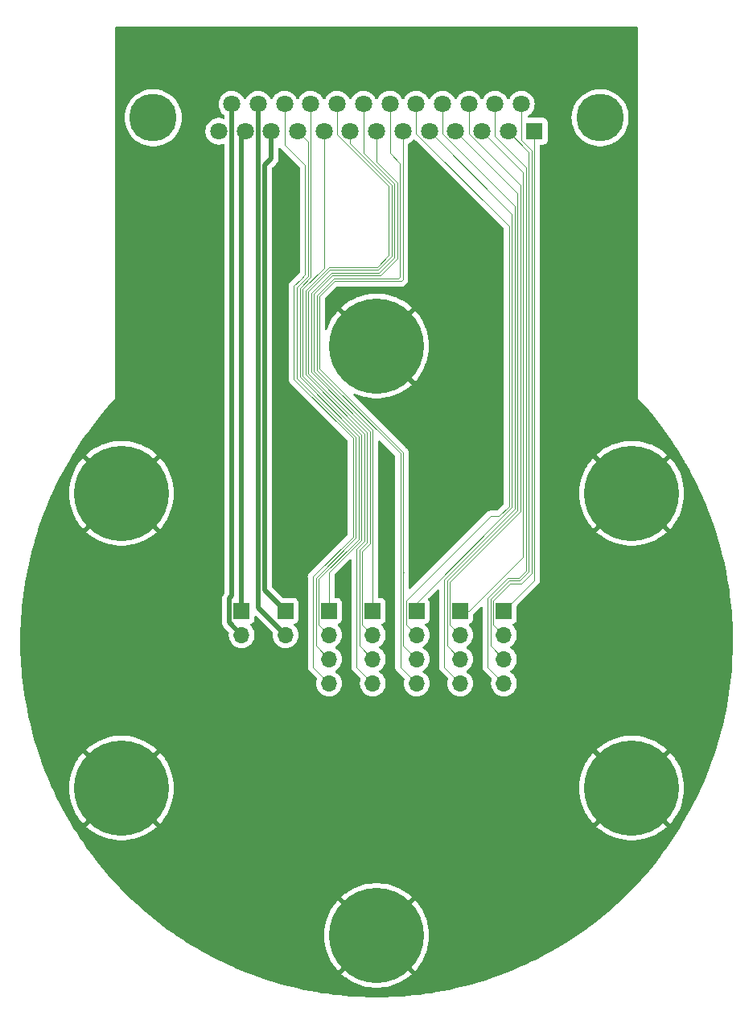
<source format=gbr>
%TF.GenerationSoftware,KiCad,Pcbnew,7.0.2*%
%TF.CreationDate,2023-11-03T12:40:05-06:00*%
%TF.ProjectId,KF40_DB25_Pinheader,4b463430-5f44-4423-9235-5f50696e6865,rev?*%
%TF.SameCoordinates,Original*%
%TF.FileFunction,Copper,L2,Inr*%
%TF.FilePolarity,Positive*%
%FSLAX46Y46*%
G04 Gerber Fmt 4.6, Leading zero omitted, Abs format (unit mm)*
G04 Created by KiCad (PCBNEW 7.0.2) date 2023-11-03 12:40:05*
%MOMM*%
%LPD*%
G01*
G04 APERTURE LIST*
%TA.AperFunction,ComponentPad*%
%ADD10C,10.000000*%
%TD*%
%TA.AperFunction,ComponentPad*%
%ADD11C,5.000000*%
%TD*%
%TA.AperFunction,ComponentPad*%
%ADD12C,1.800000*%
%TD*%
%TA.AperFunction,ComponentPad*%
%ADD13R,1.800000X1.800000*%
%TD*%
%TA.AperFunction,ComponentPad*%
%ADD14O,1.700000X1.700000*%
%TD*%
%TA.AperFunction,ComponentPad*%
%ADD15R,1.700000X1.700000*%
%TD*%
%TA.AperFunction,Conductor*%
%ADD16C,0.500000*%
%TD*%
%TA.AperFunction,Conductor*%
%ADD17C,0.100000*%
%TD*%
G04 APERTURE END LIST*
D10*
%TO.N,GND*%
%TO.C,H2*%
X26846788Y-15500000D03*
%TD*%
D11*
%TO.N,N/C*%
%TO.C,J1*%
X-23520000Y55000000D03*
X23520000Y55000000D03*
D12*
%TO.N,Net-(J1-P25)*%
X-15235000Y56420000D03*
%TO.N,Net-(J1-P24)*%
X-12465000Y56420000D03*
%TO.N,Net-(J1-P23)*%
X-9695000Y56420000D03*
%TO.N,Net-(J1-P22)*%
X-6925000Y56420000D03*
%TO.N,Net-(J1-P21)*%
X-4155000Y56420000D03*
%TO.N,Net-(J1-P20)*%
X-1385000Y56420000D03*
%TO.N,Net-(J1-P19)*%
X1385000Y56420000D03*
%TO.N,Net-(J1-P18)*%
X4155000Y56420000D03*
%TO.N,Net-(J1-P17)*%
X6925000Y56420000D03*
%TO.N,Net-(J1-P16)*%
X9695000Y56420000D03*
%TO.N,Net-(J1-P15)*%
X12465000Y56420000D03*
%TO.N,Net-(J1-P14)*%
X15235000Y56420000D03*
%TO.N,unconnected-(J1-Pad13)*%
X-16620000Y53580000D03*
%TO.N,Net-(J8-Pin_1)*%
X-13850000Y53580000D03*
%TO.N,Net-(J7-Pin_1)*%
X-11080000Y53580000D03*
%TO.N,Net-(J6-Pin_3)*%
X-8310000Y53580000D03*
%TO.N,Net-(J6-Pin_1)*%
X-5540000Y53580000D03*
%TO.N,Net-(J5-Pin_3)*%
X-2770000Y53580000D03*
%TO.N,Net-(J5-Pin_1)*%
X0Y53580000D03*
%TO.N,Net-(J4-Pin_3)*%
X2770000Y53580000D03*
%TO.N,Net-(J4-Pin_1)*%
X5540000Y53580000D03*
%TO.N,Net-(J3-Pin_3)*%
X8310000Y53580000D03*
%TO.N,Net-(J3-Pin_1)*%
X11080000Y53580000D03*
%TO.N,Net-(J2-Pin_3)*%
X13850000Y53580000D03*
D13*
%TO.N,Net-(J2-Pin_1)*%
X16620000Y53580000D03*
%TD*%
D10*
%TO.N,GND*%
%TO.C,H6*%
X-26846788Y15500000D03*
%TD*%
%TO.N,GND*%
%TO.C,H4*%
X-26846788Y-15500000D03*
%TD*%
%TO.N,GND*%
%TO.C,H1*%
X26846788Y15500000D03*
%TD*%
%TO.N,GND*%
%TO.C,H5*%
X0Y31000000D03*
%TD*%
%TO.N,GND*%
%TO.C,H3*%
X0Y-31000000D03*
%TD*%
D14*
%TO.N,Net-(J1-P23)*%
%TO.C,J6*%
X-5000000Y-4480000D03*
%TO.N,Net-(J6-Pin_3)*%
X-5000000Y-1940000D03*
%TO.N,Net-(J1-P22)*%
X-5000000Y600000D03*
D15*
%TO.N,Net-(J6-Pin_1)*%
X-5000000Y3140000D03*
%TD*%
D14*
%TO.N,Net-(J1-P24)*%
%TO.C,J7*%
X-9600000Y600000D03*
D15*
%TO.N,Net-(J7-Pin_1)*%
X-9600000Y3140000D03*
%TD*%
D14*
%TO.N,Net-(J1-P21)*%
%TO.C,J5*%
X-400000Y-4480000D03*
%TO.N,Net-(J5-Pin_3)*%
X-400000Y-1940000D03*
%TO.N,Net-(J1-P20)*%
X-400000Y600000D03*
D15*
%TO.N,Net-(J5-Pin_1)*%
X-400000Y3140000D03*
%TD*%
D14*
%TO.N,Net-(J1-P25)*%
%TO.C,J8*%
X-14200000Y600000D03*
D15*
%TO.N,Net-(J8-Pin_1)*%
X-14200000Y3140000D03*
%TD*%
D14*
%TO.N,Net-(J1-P17)*%
%TO.C,J3*%
X8800000Y-4480000D03*
%TO.N,Net-(J3-Pin_3)*%
X8800000Y-1940000D03*
%TO.N,Net-(J1-P16)*%
X8800000Y600000D03*
D15*
%TO.N,Net-(J3-Pin_1)*%
X8800000Y3140000D03*
%TD*%
D14*
%TO.N,Net-(J1-P15)*%
%TO.C,J2*%
X13400000Y-4480000D03*
%TO.N,Net-(J2-Pin_3)*%
X13400000Y-1940000D03*
%TO.N,Net-(J1-P14)*%
X13400000Y600000D03*
D15*
%TO.N,Net-(J2-Pin_1)*%
X13400000Y3140000D03*
%TD*%
D14*
%TO.N,Net-(J1-P19)*%
%TO.C,J4*%
X4200000Y-4480000D03*
%TO.N,Net-(J4-Pin_3)*%
X4200000Y-1940000D03*
%TO.N,Net-(J1-P18)*%
X4200000Y600000D03*
D15*
%TO.N,Net-(J4-Pin_1)*%
X4200000Y3140000D03*
%TD*%
D16*
%TO.N,Net-(J8-Pin_1)*%
X-14200000Y3140000D02*
X-14200000Y53230000D01*
%TO.N,Net-(J7-Pin_1)*%
X-11765000Y50035000D02*
X-11765000Y5305000D01*
%TO.N,Net-(J1-P24)*%
X-12465000Y56420000D02*
X-12465000Y3465000D01*
%TO.N,Net-(J1-P25)*%
X-15235000Y56420000D02*
X-15235000Y4705000D01*
D17*
%TO.N,Net-(J2-Pin_1)*%
X16620000Y53580000D02*
X16620000Y6360000D01*
%TO.N,Net-(J2-Pin_3)*%
X16020000Y7244264D02*
X16020000Y51410000D01*
%TO.N,Net-(J3-Pin_3)*%
X14820000Y13724264D02*
X14820000Y47070000D01*
%TO.N,Net-(J3-Pin_1)*%
X15420000Y8810000D02*
X15420000Y49240000D01*
%TO.N,Net-(J4-Pin_1)*%
X14220000Y14020000D02*
X14220000Y44900000D01*
%TO.N,Net-(J1-P14)*%
X16320000Y51580000D02*
X16320000Y7120000D01*
%TO.N,Net-(J1-P15)*%
X15720000Y49800000D02*
X15720000Y7368528D01*
%TO.N,Net-(J1-P16)*%
X15120000Y47913654D02*
X15120000Y13600000D01*
%TO.N,Net-(J1-P17)*%
X14520000Y45743654D02*
X14520000Y13848528D01*
%TO.N,Net-(J1-P18)*%
X13920000Y43573654D02*
X13920000Y14144264D01*
D16*
%TO.N,Net-(J8-Pin_1)*%
X-14200000Y53230000D02*
X-13850000Y53580000D01*
%TO.N,Net-(J1-P25)*%
X-15235000Y4705000D02*
X-15500000Y4440000D01*
%TO.N,Net-(J7-Pin_1)*%
X-11080000Y53580000D02*
X-11080000Y50720000D01*
X-11080000Y50720000D02*
X-11765000Y50035000D01*
X-11765000Y5305000D02*
X-9600000Y3140000D01*
D17*
%TO.N,Net-(J1-P18)*%
X4155000Y53338654D02*
X13920000Y43573654D01*
X3100000Y4240000D02*
X3100000Y1700000D01*
X11972132Y13112132D02*
X3100000Y4240000D01*
X12887868Y13112132D02*
X11972132Y13112132D01*
X13920000Y14144264D02*
X12887868Y13112132D01*
%TO.N,Net-(J4-Pin_1)*%
X4200000Y4000000D02*
X14220000Y14020000D01*
%TO.N,Net-(J1-P18)*%
X3100000Y1700000D02*
X4200000Y600000D01*
%TO.N,Net-(J4-Pin_1)*%
X4200000Y3140000D02*
X4200000Y4000000D01*
X14220000Y44900000D02*
X5540000Y53580000D01*
%TO.N,Net-(J3-Pin_3)*%
X7400000Y6304264D02*
X14820000Y13724264D01*
%TO.N,Net-(J1-P17)*%
X14520000Y13848528D02*
X7100000Y6428528D01*
%TO.N,Net-(J1-P16)*%
X15120000Y13600000D02*
X7700000Y6180000D01*
%TO.N,Net-(J1-P17)*%
X6925000Y53338654D02*
X14520000Y45743654D01*
X7100000Y-2780000D02*
X8800000Y-4480000D01*
X7100000Y6428528D02*
X7100000Y-2780000D01*
%TO.N,Net-(J3-Pin_3)*%
X14820000Y47070000D02*
X8310000Y53580000D01*
X8800000Y-1940000D02*
X7400000Y-540000D01*
X7400000Y-540000D02*
X7400000Y6304264D01*
%TO.N,Net-(J1-P16)*%
X9695000Y53338654D02*
X15120000Y47913654D01*
X7700000Y1700000D02*
X8800000Y600000D01*
X7700000Y6180000D02*
X7700000Y1700000D01*
%TO.N,Net-(J3-Pin_1)*%
X15420000Y49240000D02*
X11080000Y53580000D01*
X9750000Y3140000D02*
X15420000Y8810000D01*
X8800000Y3140000D02*
X9750000Y3140000D01*
%TO.N,Net-(J1-P15)*%
X12465000Y53055000D02*
X15720000Y49800000D01*
X13811472Y6600000D02*
X11700000Y4488528D01*
X15720000Y7368528D02*
X14951472Y6600000D01*
X14951472Y6600000D02*
X13811472Y6600000D01*
%TO.N,Net-(J2-Pin_3)*%
X15075736Y6300000D02*
X16020000Y7244264D01*
X13935736Y6300000D02*
X15075736Y6300000D01*
X12000000Y4364264D02*
X13935736Y6300000D01*
X13400000Y-1940000D02*
X12000000Y-540000D01*
X12000000Y-540000D02*
X12000000Y4364264D01*
X16020000Y51410000D02*
X13850000Y53580000D01*
%TO.N,Net-(J1-P14)*%
X15235000Y52665000D02*
X16320000Y51580000D01*
X16320000Y7120000D02*
X15200000Y6000000D01*
X15200000Y6000000D02*
X14060000Y6000000D01*
X14060000Y6000000D02*
X12300000Y4240000D01*
%TO.N,Net-(J2-Pin_1)*%
X16620000Y6360000D02*
X13400000Y3140000D01*
%TO.N,Net-(J3-Pin_3)*%
X8310000Y53580000D02*
X8481346Y53580000D01*
%TO.N,Net-(J4-Pin_3)*%
X-6000000Y28600000D02*
X-6000000Y36200000D01*
X2830000Y7170000D02*
X2800000Y7200000D01*
X-6000000Y36200000D02*
X-4400000Y37800000D01*
X2800000Y-540000D02*
X2800000Y7140000D01*
X2800000Y7140000D02*
X2830000Y7170000D01*
X2800000Y19800000D02*
X-6000000Y28600000D01*
X2800000Y7200000D02*
X2800000Y19800000D01*
X-4400000Y37800000D02*
X2600000Y37800000D01*
X2770000Y37970000D02*
X2770000Y53580000D01*
X2600000Y37800000D02*
X2770000Y37970000D01*
X4200000Y-1940000D02*
X2800000Y-540000D01*
%TO.N,Net-(J5-Pin_1)*%
X2170000Y48200000D02*
X2170000Y40170000D01*
X-4648528Y38400000D02*
X-6600000Y36448528D01*
X2170000Y40170000D02*
X400000Y38400000D01*
X-400000Y22151472D02*
X-400000Y3140000D01*
X-6600000Y36448528D02*
X-6600000Y28351472D01*
X-6600000Y28351472D02*
X-400000Y22151472D01*
X0Y53580000D02*
X0Y50370000D01*
X0Y50370000D02*
X2170000Y48200000D01*
X400000Y38400000D02*
X-4648528Y38400000D01*
%TO.N,Net-(J5-Pin_3)*%
X-7200000Y36697056D02*
X-7200000Y28102944D01*
X-1000000Y10324264D02*
X-1800000Y9524264D01*
X1570000Y40418528D02*
X151472Y39000000D01*
X-1000000Y21902944D02*
X-1000000Y10324264D01*
X-7200000Y28102944D02*
X-1000000Y21902944D01*
X-2770000Y52291472D02*
X1570000Y47951472D01*
X-1800000Y9524264D02*
X-1800000Y-540000D01*
X1570000Y47951472D02*
X1570000Y40418528D01*
X151472Y39000000D02*
X-4897056Y39000000D01*
X-1800000Y-540000D02*
X-400000Y-1940000D01*
X-2770000Y53580000D02*
X-2770000Y52291472D01*
X-4897056Y39000000D02*
X-7200000Y36697056D01*
%TO.N,Net-(J6-Pin_1)*%
X-7800000Y36945584D02*
X-5540000Y39205584D01*
X-7800000Y27854416D02*
X-7800000Y36945584D01*
X-1600000Y10572792D02*
X-1600000Y21654416D01*
X-5000000Y7172792D02*
X-1600000Y10572792D01*
X-5540000Y39205584D02*
X-5540000Y53580000D01*
X-5000000Y3140000D02*
X-5000000Y7172792D01*
X-1600000Y21654416D02*
X-7800000Y27854416D01*
%TO.N,Net-(J6-Pin_3)*%
X-5000000Y-1940000D02*
X-6400000Y-540000D01*
X-2200000Y10821320D02*
X-2200000Y21405888D01*
X-8400000Y37194112D02*
X-7225000Y38369112D01*
X-8400000Y27605888D02*
X-8400000Y37194112D01*
X-6400000Y6621320D02*
X-2200000Y10821320D01*
X-7225000Y52495000D02*
X-8310000Y53580000D01*
X-6400000Y-540000D02*
X-6400000Y6621320D01*
X-2200000Y21405888D02*
X-8400000Y27605888D01*
X-7225000Y38369112D02*
X-7225000Y52495000D01*
%TO.N,Net-(J1-P14)*%
X15235000Y56420000D02*
X15235000Y52665000D01*
X12300000Y4240000D02*
X12300000Y1700000D01*
X12300000Y1700000D02*
X13400000Y600000D01*
X15235000Y56420000D02*
X15063654Y56420000D01*
%TO.N,Net-(J1-P15)*%
X11700000Y4488528D02*
X11700000Y-2780000D01*
X12465000Y56420000D02*
X12465000Y53055000D01*
X11700000Y-2780000D02*
X13400000Y-4480000D01*
%TO.N,Net-(J1-P16)*%
X9695000Y56420000D02*
X9695000Y53338654D01*
X9420000Y56420000D02*
X9695000Y56420000D01*
%TO.N,Net-(J1-P17)*%
X6925000Y56420000D02*
X6925000Y53338654D01*
%TO.N,Net-(J1-P18)*%
X4155000Y56420000D02*
X4155000Y53338654D01*
%TO.N,Net-(J1-P19)*%
X2500000Y-2780000D02*
X4200000Y-4480000D01*
X-6300000Y36324264D02*
X-6300000Y28475736D01*
X2500000Y19675736D02*
X2500000Y-2780000D01*
X1385000Y51285000D02*
X2470000Y50200000D01*
X2300000Y38100000D02*
X-4524264Y38100000D01*
X-6300000Y28475736D02*
X2500000Y19675736D01*
X-4524264Y38100000D02*
X-6300000Y36324264D01*
X2470000Y50200000D02*
X2470000Y38270000D01*
X1385000Y56420000D02*
X1385000Y51285000D01*
X2470000Y38270000D02*
X2300000Y38100000D01*
%TO.N,Net-(J1-P20)*%
X-6900000Y36572792D02*
X-6900000Y28227208D01*
X-700000Y22027208D02*
X-700000Y10200000D01*
X1870000Y40294264D02*
X275736Y38700000D01*
X-6900000Y28227208D02*
X-700000Y22027208D01*
X-1500000Y9400000D02*
X-1500000Y1700000D01*
X-4772792Y38700000D02*
X-6900000Y36572792D01*
X-1385000Y56420000D02*
X-1385000Y51330736D01*
X-1385000Y51330736D02*
X1870000Y48075736D01*
X1870000Y48075736D02*
X1870000Y40294264D01*
X275736Y38700000D02*
X-4772792Y38700000D01*
X-700000Y10200000D02*
X-1500000Y9400000D01*
X-1500000Y1700000D02*
X-400000Y600000D01*
%TO.N,Net-(J1-P21)*%
X27208Y39300000D02*
X1270000Y40542792D01*
X1270000Y47827208D02*
X-4155000Y53252208D01*
X-7500000Y27978680D02*
X-7500000Y36821320D01*
X-1300000Y21778680D02*
X-7500000Y27978680D01*
X-1300000Y10448528D02*
X-1300000Y21778680D01*
X-2100000Y9648528D02*
X-1300000Y10448528D01*
X-2100000Y-2780000D02*
X-2100000Y9648528D01*
X-400000Y-4480000D02*
X-2100000Y-2780000D01*
X-4155000Y53252208D02*
X-4155000Y56420000D01*
X-5021320Y39300000D02*
X27208Y39300000D01*
X-7500000Y36821320D02*
X-5021320Y39300000D01*
X1270000Y40542792D02*
X1270000Y47827208D01*
%TO.N,Net-(J1-P22)*%
X-1900000Y10697056D02*
X-6100000Y6497056D01*
X-6100000Y6497056D02*
X-6100000Y1700000D01*
X-8100000Y27730152D02*
X-1900000Y21530152D01*
X-6925000Y38244848D02*
X-8100000Y37069848D01*
X-8100000Y37069848D02*
X-8100000Y27730152D01*
X-6100000Y1700000D02*
X-5000000Y600000D01*
X-6925000Y56420000D02*
X-6925000Y38244848D01*
X-1900000Y21530152D02*
X-1900000Y10697056D01*
%TO.N,Net-(J1-P23)*%
X-2500000Y21281624D02*
X-2500000Y10945584D01*
X-8700000Y27800000D02*
X-8700000Y27481624D01*
X-2500000Y10945584D02*
X-6700000Y6745584D01*
X-8700000Y37318376D02*
X-8700000Y34200000D01*
X-6700000Y-2780000D02*
X-5000000Y-4480000D01*
X-9695000Y56420000D02*
X-9695000Y52170000D01*
X-8700000Y27481624D02*
X-2500000Y21281624D01*
X-8700000Y34200000D02*
X-8700000Y27800000D01*
X-7525000Y50000000D02*
X-7525000Y40800000D01*
X-7525000Y38800000D02*
X-7525000Y38493376D01*
X-7525000Y40800000D02*
X-7525000Y38800000D01*
X-7525000Y38493376D02*
X-8009188Y38009188D01*
X-8009188Y38009188D02*
X-8700000Y37318376D01*
X-6700000Y6745584D02*
X-6700000Y-2780000D01*
X-9695000Y52170000D02*
X-7525000Y50000000D01*
D16*
%TO.N,Net-(J1-P24)*%
X-12465000Y3465000D02*
X-9600000Y600000D01*
%TO.N,Net-(J1-P25)*%
X-15500000Y1900000D02*
X-14200000Y600000D01*
X-15500000Y4440000D02*
X-15500000Y1900000D01*
%TD*%
%TA.AperFunction,Conductor*%
%TO.N,GND*%
G36*
X3978359Y52717774D02*
G01*
X4027545Y52687582D01*
X13333181Y43381947D01*
X13366666Y43320624D01*
X13369500Y43294266D01*
X13369500Y14423650D01*
X13349815Y14356611D01*
X13333181Y14335969D01*
X12696162Y13698951D01*
X12634839Y13665466D01*
X12608481Y13662632D01*
X11983654Y13662632D01*
X11979421Y13662704D01*
X11915306Y13664894D01*
X11875391Y13655166D01*
X11862926Y13652797D01*
X11822212Y13647202D01*
X11805752Y13640052D01*
X11785710Y13633312D01*
X11768280Y13629065D01*
X11768276Y13629063D01*
X11732465Y13608928D01*
X11721100Y13603282D01*
X11683412Y13586912D01*
X11683410Y13586910D01*
X11683409Y13586910D01*
X11669496Y13575590D01*
X11652010Y13563688D01*
X11639592Y13556707D01*
X11636371Y13554896D01*
X11607326Y13525850D01*
X11597898Y13517341D01*
X11566023Y13491409D01*
X11555671Y13476744D01*
X11542049Y13460573D01*
X3562181Y5480705D01*
X3500858Y5447220D01*
X3431166Y5452204D01*
X3375233Y5494076D01*
X3350816Y5559540D01*
X3350500Y5568386D01*
X3350500Y6965733D01*
X3359145Y7011221D01*
X3369875Y7038433D01*
X3369876Y7038435D01*
X3370522Y7044724D01*
X3375680Y7069549D01*
X3377596Y7075585D01*
X3379392Y7128195D01*
X3379970Y7136632D01*
X3380321Y7140046D01*
X3385351Y7188971D01*
X3384276Y7195202D01*
X3382546Y7220509D01*
X3382762Y7226824D01*
X3373925Y7263087D01*
X3370299Y7277964D01*
X3368586Y7286203D01*
X3359640Y7338100D01*
X3359638Y7338102D01*
X3356743Y7354900D01*
X3357338Y7355002D01*
X3350500Y7385303D01*
X3350500Y19788477D01*
X3350572Y19792710D01*
X3352762Y19856824D01*
X3352762Y19856826D01*
X3343031Y19896751D01*
X3340666Y19909196D01*
X3335070Y19949920D01*
X3327918Y19966383D01*
X3321180Y19986419D01*
X3316933Y20003852D01*
X3296788Y20039678D01*
X3291154Y20051021D01*
X3274780Y20088720D01*
X3263450Y20102644D01*
X3251560Y20120114D01*
X3242765Y20135759D01*
X3213710Y20164812D01*
X3205221Y20174218D01*
X3179278Y20206108D01*
X3164607Y20216463D01*
X3148447Y20230075D01*
X-2413034Y25791558D01*
X-2446519Y25852880D01*
X-2441535Y25922572D01*
X-2399663Y25978505D01*
X-2334199Y26002922D01*
X-2274277Y25992230D01*
X-2054959Y25893092D01*
X-2050079Y25891131D01*
X-1614458Y25737216D01*
X-1609431Y25735676D01*
X-1162330Y25619261D01*
X-1157179Y25618151D01*
X-701818Y25540072D01*
X-696610Y25539405D01*
X-236261Y25500223D01*
X-231006Y25500000D01*
X231006Y25500000D01*
X236261Y25500223D01*
X696610Y25539405D01*
X701818Y25540072D01*
X1157179Y25618151D01*
X1162330Y25619261D01*
X1609431Y25735676D01*
X1614458Y25737216D01*
X2050079Y25891131D01*
X2054959Y25893092D01*
X2475942Y26083388D01*
X2480661Y26085767D01*
X2884001Y26311087D01*
X2888465Y26313835D01*
X3271236Y26572544D01*
X3275497Y26575695D01*
X3634925Y26865913D01*
X3638897Y26869408D01*
X3709434Y26937012D01*
X1582160Y29064286D01*
X1714751Y29173975D01*
X1930092Y29403289D01*
X1938579Y29414971D01*
X4062489Y27291062D01*
X4281313Y27539694D01*
X4284623Y27543793D01*
X4559344Y27915241D01*
X4562292Y27919602D01*
X4804530Y28313021D01*
X4807092Y28317608D01*
X5015090Y28730149D01*
X5017259Y28734946D01*
X5189523Y29163642D01*
X5191269Y29168583D01*
X5326558Y29610348D01*
X5327887Y29615452D01*
X5425222Y30067088D01*
X5426109Y30072261D01*
X5484793Y30530537D01*
X5485239Y30535782D01*
X5504848Y30997363D01*
X5504848Y31002636D01*
X5485239Y31464217D01*
X5484793Y31469462D01*
X5426109Y31927738D01*
X5425222Y31932911D01*
X5327887Y32384547D01*
X5326558Y32389651D01*
X5191269Y32831416D01*
X5189523Y32836357D01*
X5017259Y33265053D01*
X5015090Y33269850D01*
X4807092Y33682391D01*
X4804530Y33686978D01*
X4562292Y34080397D01*
X4559344Y34084758D01*
X4284623Y34456206D01*
X4281313Y34460305D01*
X4062490Y34708937D01*
X1938580Y32585027D01*
X1930092Y32596711D01*
X1714751Y32826025D01*
X1582160Y32935713D01*
X3709434Y35062987D01*
X3638884Y35130603D01*
X3634939Y35134075D01*
X3275497Y35424304D01*
X3271236Y35427455D01*
X2888465Y35686164D01*
X2884001Y35688912D01*
X2480661Y35914232D01*
X2475942Y35916611D01*
X2054959Y36106907D01*
X2050079Y36108868D01*
X1614458Y36262783D01*
X1609431Y36264323D01*
X1162330Y36380738D01*
X1157179Y36381848D01*
X701818Y36459927D01*
X696610Y36460594D01*
X236261Y36499776D01*
X231006Y36500000D01*
X-231006Y36500000D01*
X-236261Y36499776D01*
X-696610Y36460594D01*
X-701818Y36459927D01*
X-1157179Y36381848D01*
X-1162330Y36380738D01*
X-1609431Y36264323D01*
X-1614458Y36262783D01*
X-2050079Y36108868D01*
X-2054959Y36106907D01*
X-2475942Y35916611D01*
X-2480661Y35914232D01*
X-2884001Y35688912D01*
X-2888465Y35686164D01*
X-3271236Y35427455D01*
X-3275497Y35424304D01*
X-3634939Y35134075D01*
X-3638884Y35130603D01*
X-3709434Y35062987D01*
X-1582160Y32935713D01*
X-1714751Y32826025D01*
X-1930092Y32596711D01*
X-1938580Y32585027D01*
X-4062490Y34708937D01*
X-4281313Y34460305D01*
X-4284623Y34456206D01*
X-4559344Y34084758D01*
X-4562292Y34080397D01*
X-4804530Y33686978D01*
X-4807092Y33682391D01*
X-5015090Y33269850D01*
X-5017259Y33265053D01*
X-5189523Y32836357D01*
X-5191272Y32831410D01*
X-5206935Y32780265D01*
X-5245387Y32721928D01*
X-5309275Y32693640D01*
X-5378313Y32704383D01*
X-5430584Y32750746D01*
X-5449500Y32816574D01*
X-5449500Y35920613D01*
X-5429815Y35987652D01*
X-5413181Y36008294D01*
X-4208294Y37213181D01*
X-4146971Y37246666D01*
X-4120613Y37249500D01*
X2588478Y37249500D01*
X2592711Y37249428D01*
X2656826Y37247237D01*
X2696733Y37256963D01*
X2709207Y37259334D01*
X2749922Y37264930D01*
X2766380Y37272079D01*
X2786421Y37278819D01*
X2803853Y37283067D01*
X2839672Y37303206D01*
X2851039Y37308852D01*
X2861493Y37313393D01*
X2888720Y37325220D01*
X2902637Y37336542D01*
X2920116Y37348437D01*
X2935757Y37357232D01*
X2964809Y37386284D01*
X2974236Y37394792D01*
X3006107Y37420721D01*
X3006683Y37421536D01*
X3016455Y37435380D01*
X3030076Y37451551D01*
X3151118Y37572594D01*
X3154132Y37575507D01*
X3201044Y37619320D01*
X3222391Y37654425D01*
X3229532Y37664918D01*
X3254361Y37697658D01*
X3260944Y37714353D01*
X3270351Y37733290D01*
X3279671Y37748617D01*
X3279672Y37748618D01*
X3290756Y37788179D01*
X3294804Y37800216D01*
X3309876Y37838435D01*
X3311710Y37856283D01*
X3315656Y37877046D01*
X3320500Y37894335D01*
X3320500Y37935416D01*
X3321150Y37948097D01*
X3321432Y37950848D01*
X3325352Y37988971D01*
X3322302Y38006656D01*
X3320500Y38027723D01*
X3320500Y44671975D01*
X3320500Y52211600D01*
X3340184Y52278636D01*
X3385481Y52320651D01*
X3538622Y52403528D01*
X3538626Y52403530D01*
X3721784Y52546087D01*
X3848635Y52683884D01*
X3908521Y52719874D01*
X3978359Y52717774D01*
G37*
%TD.AperFunction*%
%TA.AperFunction,Conductor*%
G36*
X27442539Y64579815D02*
G01*
X27488294Y64527011D01*
X27499500Y64475500D01*
X27499500Y25507599D01*
X27499396Y25502532D01*
X27499287Y25499867D01*
X27502354Y25496627D01*
X28310539Y24596206D01*
X28313176Y24593171D01*
X29093084Y23665426D01*
X29095621Y23662307D01*
X29845034Y22709775D01*
X29847469Y22706575D01*
X30534649Y21772335D01*
X30566428Y21729058D01*
X30568698Y21725861D01*
X31159240Y20865924D01*
X31257082Y20723134D01*
X31259232Y20719888D01*
X31780381Y19905634D01*
X31914667Y19695239D01*
X31916695Y19691950D01*
X32384387Y18906227D01*
X32538425Y18646565D01*
X32540331Y18643236D01*
X32963717Y17876426D01*
X33127763Y17578107D01*
X33129547Y17574742D01*
X33514405Y16820943D01*
X33682031Y16491043D01*
X33683692Y16487647D01*
X34034009Y15742815D01*
X34200625Y15386553D01*
X34202163Y15383132D01*
X34520707Y14644588D01*
X34683028Y14265748D01*
X34684443Y14262304D01*
X34973170Y13528326D01*
X35128713Y13129841D01*
X35130005Y13126381D01*
X35390400Y12395731D01*
X35537193Y11980084D01*
X35538363Y11976610D01*
X35771545Y11248478D01*
X35908068Y10817602D01*
X35909116Y10814118D01*
X36115972Y10087924D01*
X36240915Y9643716D01*
X36241842Y9640227D01*
X36423059Y8915654D01*
X36535406Y8459596D01*
X36536212Y8456106D01*
X36692336Y7733013D01*
X36791207Y7266573D01*
X36791894Y7263087D01*
X36923318Y6541768D01*
X37008081Y6065756D01*
X37008649Y6062278D01*
X37115750Y5342901D01*
X37185757Y4858641D01*
X37186209Y4855174D01*
X37269367Y4137573D01*
X37324073Y3646370D01*
X37324409Y3642918D01*
X37383888Y2927456D01*
X37422879Y2430238D01*
X37423101Y2426806D01*
X37459142Y1713985D01*
X37482074Y1211485D01*
X37482183Y1208075D01*
X37495026Y498212D01*
X37501590Y-8508D01*
X37501587Y-11892D01*
X37491457Y-718432D01*
X37481405Y-1228490D01*
X37481293Y-1231842D01*
X37448411Y-1934506D01*
X37421545Y-2447162D01*
X37421326Y-2450481D01*
X37365906Y-3148868D01*
X37322074Y-3663219D01*
X37321750Y-3666501D01*
X37244010Y-4360113D01*
X37183091Y-4875428D01*
X37182665Y-4878669D01*
X37082830Y-5566974D01*
X37004755Y-6082443D01*
X37004227Y-6085642D01*
X36882519Y-6768156D01*
X36787244Y-7283026D01*
X36786618Y-7286178D01*
X36643287Y-7962316D01*
X36530805Y-8475848D01*
X36530084Y-8478950D01*
X36365361Y-9148242D01*
X36235675Y-9659786D01*
X36234861Y-9662835D01*
X36049039Y-10324603D01*
X35902200Y-10833449D01*
X35901295Y-10836443D01*
X35694608Y-11490281D01*
X35530732Y-11995609D01*
X35529739Y-11998545D01*
X35302480Y-12643873D01*
X35121658Y-13145065D01*
X35120580Y-13147941D01*
X34873027Y-13784254D01*
X34675399Y-14280629D01*
X34674239Y-14283442D01*
X34406721Y-14910143D01*
X34192442Y-15401061D01*
X34191203Y-15403808D01*
X33904042Y-16020360D01*
X33673293Y-16505187D01*
X33671978Y-16507867D01*
X33365550Y-17113657D01*
X33118497Y-17591853D01*
X33117108Y-17594464D01*
X32791724Y-18189043D01*
X32528684Y-18659826D01*
X32527225Y-18662366D01*
X32183243Y-19245225D01*
X31904386Y-19708139D01*
X31902860Y-19710607D01*
X31540706Y-20281149D01*
X31246386Y-20735484D01*
X31244796Y-20737877D01*
X30864816Y-21295672D01*
X30555256Y-21740964D01*
X30553606Y-21743281D01*
X30156303Y-22287695D01*
X29831813Y-22723392D01*
X29830105Y-22725631D01*
X29415854Y-23256247D01*
X29076795Y-23681763D01*
X29075034Y-23683923D01*
X28644289Y-24200242D01*
X28290980Y-24615095D01*
X28289167Y-24617175D01*
X27842419Y-25118684D01*
X27475300Y-25522279D01*
X27473441Y-25524279D01*
X27011065Y-26010624D01*
X26630501Y-26402496D01*
X26628598Y-26404414D01*
X26151163Y-26875054D01*
X25757483Y-27254798D01*
X25755539Y-27256633D01*
X25263605Y-27711077D01*
X24857185Y-28078263D01*
X24855204Y-28080015D01*
X24349294Y-28517839D01*
X23930680Y-28871919D01*
X23928664Y-28873588D01*
X23409178Y-29294494D01*
X22978781Y-29635070D01*
X22976734Y-29636655D01*
X22444290Y-30040184D01*
X22002614Y-30366815D01*
X22000540Y-30368316D01*
X21455607Y-30754148D01*
X21003168Y-31066415D01*
X21001070Y-31067832D01*
X20444248Y-31435575D01*
X19981492Y-31733137D01*
X19979373Y-31734470D01*
X19411267Y-32083754D01*
X18937584Y-32366922D01*
X18937526Y-32366955D01*
X18361409Y-32695916D01*
X18357698Y-32698035D01*
X17874723Y-32965752D01*
X17284688Y-33277742D01*
X16792944Y-33529694D01*
X16193402Y-33822245D01*
X15693384Y-34058156D01*
X15084966Y-34330984D01*
X14577244Y-34550560D01*
X13960521Y-34803429D01*
X13445689Y-35006394D01*
X12821327Y-35239049D01*
X12299872Y-35425194D01*
X11668587Y-35637385D01*
X11210255Y-35784312D01*
X11141037Y-35806501D01*
X10503434Y-35998045D01*
X9970498Y-36149889D01*
X9327102Y-36320640D01*
X8789417Y-36455021D01*
X8140951Y-36604794D01*
X7598970Y-36721591D01*
X6946176Y-36850223D01*
X6400535Y-36949289D01*
X6358963Y-36956088D01*
X5744038Y-37056669D01*
X5195314Y-37137887D01*
X4535809Y-37223912D01*
X4247346Y-37257025D01*
X3984647Y-37287181D01*
X3322710Y-37351777D01*
X2769733Y-37397020D01*
X2106134Y-37440117D01*
X2054343Y-37442656D01*
X1551938Y-37467285D01*
X887276Y-37488845D01*
X754798Y-37491008D01*
X332429Y-37497904D01*
X-332490Y-37497904D01*
X-439300Y-37496159D01*
X-887283Y-37488845D01*
X-1551945Y-37467285D01*
X-2106138Y-37440117D01*
X-2769740Y-37397020D01*
X-3322718Y-37351777D01*
X-3984652Y-37287180D01*
X-4389140Y-37240748D01*
X-4535803Y-37223913D01*
X-5195320Y-37137887D01*
X-5744045Y-37056668D01*
X-6400536Y-36949288D01*
X-6946183Y-36850223D01*
X-7598976Y-36721589D01*
X-8140959Y-36604792D01*
X-8789409Y-36455023D01*
X-9327108Y-36320638D01*
X-9970504Y-36149888D01*
X-10503442Y-35998043D01*
X-11141051Y-35806497D01*
X-11668596Y-35637383D01*
X-12299876Y-35425192D01*
X-12821336Y-35239046D01*
X-13445694Y-35006392D01*
X-13960529Y-34803425D01*
X-14577234Y-34550564D01*
X-14795418Y-34456206D01*
X-15084975Y-34330980D01*
X-15693388Y-34058154D01*
X-16193411Y-33822242D01*
X-16792948Y-33529692D01*
X-17284697Y-33277737D01*
X-17874726Y-32965750D01*
X-18357707Y-32698029D01*
X-18937588Y-32366920D01*
X-18937623Y-32366899D01*
X-19398107Y-32091621D01*
X-19411272Y-32083751D01*
X-19979373Y-31734470D01*
X-19981492Y-31733137D01*
X-20444247Y-31435575D01*
X-21001070Y-31067832D01*
X-21003169Y-31066415D01*
X-21095577Y-31002636D01*
X-5504848Y-31002636D01*
X-5485239Y-31464217D01*
X-5484793Y-31469462D01*
X-5426109Y-31927738D01*
X-5425222Y-31932911D01*
X-5327887Y-32384547D01*
X-5326558Y-32389651D01*
X-5191269Y-32831416D01*
X-5189523Y-32836357D01*
X-5017259Y-33265053D01*
X-5015090Y-33269850D01*
X-4807092Y-33682391D01*
X-4804530Y-33686978D01*
X-4562292Y-34080397D01*
X-4559344Y-34084758D01*
X-4284623Y-34456206D01*
X-4281313Y-34460305D01*
X-4062490Y-34708937D01*
X-1938580Y-32585027D01*
X-1930092Y-32596711D01*
X-1714751Y-32826025D01*
X-1582160Y-32935713D01*
X-3709434Y-35062987D01*
X-3638884Y-35130603D01*
X-3634939Y-35134075D01*
X-3275497Y-35424304D01*
X-3271236Y-35427455D01*
X-2888465Y-35686164D01*
X-2884001Y-35688912D01*
X-2480661Y-35914232D01*
X-2475942Y-35916611D01*
X-2054959Y-36106907D01*
X-2050079Y-36108868D01*
X-1614458Y-36262783D01*
X-1609431Y-36264323D01*
X-1162330Y-36380738D01*
X-1157179Y-36381848D01*
X-701818Y-36459927D01*
X-696610Y-36460594D01*
X-236261Y-36499776D01*
X-231006Y-36500000D01*
X231006Y-36500000D01*
X236261Y-36499776D01*
X696610Y-36460594D01*
X701818Y-36459927D01*
X1157179Y-36381848D01*
X1162330Y-36380738D01*
X1609431Y-36264323D01*
X1614458Y-36262783D01*
X2050079Y-36108868D01*
X2054959Y-36106907D01*
X2475942Y-35916611D01*
X2480661Y-35914232D01*
X2884001Y-35688912D01*
X2888465Y-35686164D01*
X3271236Y-35427455D01*
X3275497Y-35424304D01*
X3634939Y-35134075D01*
X3638884Y-35130603D01*
X3709434Y-35062987D01*
X1582160Y-32935713D01*
X1714751Y-32826025D01*
X1930092Y-32596711D01*
X1938580Y-32585027D01*
X4062490Y-34708937D01*
X4281313Y-34460305D01*
X4284623Y-34456206D01*
X4559344Y-34084758D01*
X4562292Y-34080397D01*
X4804530Y-33686978D01*
X4807092Y-33682391D01*
X5015090Y-33269850D01*
X5017259Y-33265053D01*
X5189523Y-32836357D01*
X5191269Y-32831416D01*
X5326558Y-32389651D01*
X5327887Y-32384547D01*
X5425222Y-31932911D01*
X5426109Y-31927738D01*
X5484793Y-31469462D01*
X5485239Y-31464217D01*
X5504848Y-31002636D01*
X5504848Y-30997363D01*
X5485239Y-30535782D01*
X5484793Y-30530537D01*
X5426109Y-30072261D01*
X5425222Y-30067088D01*
X5327887Y-29615452D01*
X5326558Y-29610348D01*
X5191269Y-29168583D01*
X5189523Y-29163642D01*
X5017259Y-28734946D01*
X5015090Y-28730149D01*
X4807092Y-28317608D01*
X4804530Y-28313021D01*
X4562292Y-27919602D01*
X4559344Y-27915241D01*
X4284623Y-27543793D01*
X4281313Y-27539694D01*
X4062489Y-27291062D01*
X1938579Y-29414971D01*
X1930092Y-29403289D01*
X1714751Y-29173975D01*
X1582159Y-29064286D01*
X3709434Y-26937012D01*
X3638897Y-26869408D01*
X3634925Y-26865913D01*
X3275497Y-26575695D01*
X3271236Y-26572544D01*
X2888465Y-26313835D01*
X2884001Y-26311087D01*
X2480661Y-26085767D01*
X2475942Y-26083388D01*
X2054959Y-25893092D01*
X2050079Y-25891131D01*
X1614458Y-25737216D01*
X1609431Y-25735676D01*
X1162330Y-25619261D01*
X1157179Y-25618151D01*
X701818Y-25540072D01*
X696610Y-25539405D01*
X236261Y-25500223D01*
X231006Y-25500000D01*
X-231006Y-25500000D01*
X-236261Y-25500223D01*
X-696610Y-25539405D01*
X-701818Y-25540072D01*
X-1157179Y-25618151D01*
X-1162330Y-25619261D01*
X-1609431Y-25735676D01*
X-1614458Y-25737216D01*
X-2050079Y-25891131D01*
X-2054959Y-25893092D01*
X-2475942Y-26083388D01*
X-2480661Y-26085767D01*
X-2884001Y-26311087D01*
X-2888465Y-26313835D01*
X-3271236Y-26572544D01*
X-3275497Y-26575695D01*
X-3634925Y-26865913D01*
X-3638897Y-26869408D01*
X-3709434Y-26937012D01*
X-1582159Y-29064286D01*
X-1714751Y-29173975D01*
X-1930092Y-29403289D01*
X-1938579Y-29414971D01*
X-4062489Y-27291062D01*
X-4281313Y-27539694D01*
X-4284623Y-27543793D01*
X-4559344Y-27915241D01*
X-4562292Y-27919602D01*
X-4804530Y-28313021D01*
X-4807092Y-28317608D01*
X-5015090Y-28730149D01*
X-5017259Y-28734946D01*
X-5189523Y-29163642D01*
X-5191269Y-29168583D01*
X-5326558Y-29610348D01*
X-5327887Y-29615452D01*
X-5425222Y-30067088D01*
X-5426109Y-30072261D01*
X-5484793Y-30530537D01*
X-5485239Y-30535782D01*
X-5504848Y-30997363D01*
X-5504848Y-31002636D01*
X-21095577Y-31002636D01*
X-21455607Y-30754148D01*
X-22000540Y-30368316D01*
X-22002615Y-30366815D01*
X-22444290Y-30040184D01*
X-22976734Y-29636655D01*
X-22978781Y-29635070D01*
X-23409178Y-29294494D01*
X-23928663Y-28873588D01*
X-23930679Y-28871919D01*
X-24349292Y-28517840D01*
X-24855203Y-28080015D01*
X-24857185Y-28078263D01*
X-25263605Y-27711077D01*
X-25755539Y-27256633D01*
X-25757483Y-27254798D01*
X-26151163Y-26875054D01*
X-26628598Y-26404414D01*
X-26630501Y-26402496D01*
X-27011065Y-26010624D01*
X-27473441Y-25524279D01*
X-27475300Y-25522279D01*
X-27842419Y-25118684D01*
X-28289167Y-24617175D01*
X-28290980Y-24615095D01*
X-28644289Y-24200242D01*
X-29075034Y-23683923D01*
X-29076795Y-23681763D01*
X-29415854Y-23256247D01*
X-29830105Y-22725632D01*
X-29831812Y-22723392D01*
X-30156303Y-22287695D01*
X-30553606Y-21743281D01*
X-30555257Y-21740964D01*
X-30864816Y-21295672D01*
X-31244795Y-20737877D01*
X-31246385Y-20735484D01*
X-31540706Y-20281149D01*
X-31902861Y-19710606D01*
X-31904387Y-19708138D01*
X-32183243Y-19245225D01*
X-32527224Y-18662367D01*
X-32528683Y-18659826D01*
X-32791724Y-18189043D01*
X-33117107Y-17594464D01*
X-33118496Y-17591853D01*
X-33365550Y-17113657D01*
X-33671977Y-16507867D01*
X-33673293Y-16505187D01*
X-33904042Y-16020361D01*
X-34145173Y-15502636D01*
X-32351636Y-15502636D01*
X-32332027Y-15964217D01*
X-32331581Y-15969462D01*
X-32272897Y-16427738D01*
X-32272010Y-16432911D01*
X-32174675Y-16884547D01*
X-32173346Y-16889651D01*
X-32038057Y-17331416D01*
X-32036311Y-17336357D01*
X-31864047Y-17765053D01*
X-31861878Y-17769850D01*
X-31653880Y-18182391D01*
X-31651318Y-18186978D01*
X-31409080Y-18580397D01*
X-31406132Y-18584758D01*
X-31131411Y-18956206D01*
X-31128101Y-18960305D01*
X-30909278Y-19208937D01*
X-28785368Y-17085027D01*
X-28776880Y-17096711D01*
X-28561539Y-17326025D01*
X-28428948Y-17435713D01*
X-30556222Y-19562987D01*
X-30485672Y-19630603D01*
X-30481727Y-19634075D01*
X-30122285Y-19924304D01*
X-30118024Y-19927455D01*
X-29735253Y-20186164D01*
X-29730789Y-20188912D01*
X-29327449Y-20414232D01*
X-29322730Y-20416611D01*
X-28901747Y-20606907D01*
X-28896867Y-20608868D01*
X-28461246Y-20762783D01*
X-28456219Y-20764323D01*
X-28009118Y-20880738D01*
X-28003967Y-20881848D01*
X-27548606Y-20959927D01*
X-27543398Y-20960594D01*
X-27083049Y-20999776D01*
X-27077794Y-21000000D01*
X-26615782Y-21000000D01*
X-26610526Y-20999776D01*
X-26150177Y-20960594D01*
X-26144969Y-20959927D01*
X-25689608Y-20881848D01*
X-25684457Y-20880738D01*
X-25237356Y-20764323D01*
X-25232329Y-20762783D01*
X-24796708Y-20608868D01*
X-24791828Y-20606907D01*
X-24370845Y-20416611D01*
X-24366126Y-20414232D01*
X-23962786Y-20188912D01*
X-23958322Y-20186164D01*
X-23575551Y-19927455D01*
X-23571290Y-19924304D01*
X-23211862Y-19634086D01*
X-23207890Y-19630591D01*
X-23137352Y-19562987D01*
X-25264627Y-17435713D01*
X-25132037Y-17326025D01*
X-24916696Y-17096711D01*
X-24908206Y-17085026D01*
X-22784297Y-19208936D01*
X-22565474Y-18960305D01*
X-22562164Y-18956206D01*
X-22287443Y-18584758D01*
X-22284495Y-18580397D01*
X-22042257Y-18186978D01*
X-22039695Y-18182391D01*
X-21831697Y-17769850D01*
X-21829528Y-17765053D01*
X-21657264Y-17336357D01*
X-21655518Y-17331416D01*
X-21520229Y-16889651D01*
X-21518900Y-16884547D01*
X-21421565Y-16432911D01*
X-21420678Y-16427738D01*
X-21361994Y-15969462D01*
X-21361548Y-15964217D01*
X-21341940Y-15502636D01*
X21341940Y-15502636D01*
X21361548Y-15964217D01*
X21361994Y-15969462D01*
X21420678Y-16427738D01*
X21421565Y-16432911D01*
X21518900Y-16884547D01*
X21520229Y-16889651D01*
X21655518Y-17331416D01*
X21657264Y-17336357D01*
X21829528Y-17765053D01*
X21831697Y-17769850D01*
X22039695Y-18182391D01*
X22042257Y-18186978D01*
X22284495Y-18580397D01*
X22287443Y-18584758D01*
X22562164Y-18956206D01*
X22565474Y-18960305D01*
X22784297Y-19208936D01*
X24908206Y-17085026D01*
X24916696Y-17096711D01*
X25132037Y-17326025D01*
X25264627Y-17435713D01*
X23137352Y-19562987D01*
X23207890Y-19630591D01*
X23211862Y-19634086D01*
X23571290Y-19924304D01*
X23575551Y-19927455D01*
X23958322Y-20186164D01*
X23962786Y-20188912D01*
X24366126Y-20414232D01*
X24370845Y-20416611D01*
X24791828Y-20606907D01*
X24796708Y-20608868D01*
X25232329Y-20762783D01*
X25237356Y-20764323D01*
X25684457Y-20880738D01*
X25689608Y-20881848D01*
X26144969Y-20959927D01*
X26150177Y-20960594D01*
X26610526Y-20999776D01*
X26615782Y-21000000D01*
X27077794Y-21000000D01*
X27083049Y-20999776D01*
X27543398Y-20960594D01*
X27548606Y-20959927D01*
X28003967Y-20881848D01*
X28009118Y-20880738D01*
X28456219Y-20764323D01*
X28461246Y-20762783D01*
X28896867Y-20608868D01*
X28901747Y-20606907D01*
X29322730Y-20416611D01*
X29327449Y-20414232D01*
X29730789Y-20188912D01*
X29735253Y-20186164D01*
X30118024Y-19927455D01*
X30122285Y-19924304D01*
X30481727Y-19634075D01*
X30485672Y-19630603D01*
X30556222Y-19562987D01*
X28428948Y-17435713D01*
X28561539Y-17326025D01*
X28776880Y-17096711D01*
X28785368Y-17085027D01*
X30909278Y-19208937D01*
X31128101Y-18960305D01*
X31131411Y-18956206D01*
X31406132Y-18584758D01*
X31409080Y-18580397D01*
X31651318Y-18186978D01*
X31653880Y-18182391D01*
X31861878Y-17769850D01*
X31864047Y-17765053D01*
X32036311Y-17336357D01*
X32038057Y-17331416D01*
X32173346Y-16889651D01*
X32174675Y-16884547D01*
X32272010Y-16432911D01*
X32272897Y-16427738D01*
X32331581Y-15969462D01*
X32332027Y-15964217D01*
X32351636Y-15502636D01*
X32351636Y-15497363D01*
X32332027Y-15035782D01*
X32331581Y-15030537D01*
X32272897Y-14572261D01*
X32272010Y-14567088D01*
X32174675Y-14115452D01*
X32173346Y-14110348D01*
X32038057Y-13668583D01*
X32036311Y-13663642D01*
X31864047Y-13234946D01*
X31861878Y-13230149D01*
X31653880Y-12817608D01*
X31651318Y-12813021D01*
X31409080Y-12419602D01*
X31406132Y-12415241D01*
X31131411Y-12043793D01*
X31128101Y-12039694D01*
X30909277Y-11791062D01*
X28785367Y-13914971D01*
X28776880Y-13903289D01*
X28561539Y-13673975D01*
X28428947Y-13564285D01*
X30556222Y-11437012D01*
X30485685Y-11369408D01*
X30481713Y-11365913D01*
X30122285Y-11075695D01*
X30118024Y-11072544D01*
X29735253Y-10813835D01*
X29730789Y-10811087D01*
X29327449Y-10585767D01*
X29322730Y-10583388D01*
X28901747Y-10393092D01*
X28896867Y-10391131D01*
X28461246Y-10237216D01*
X28456219Y-10235676D01*
X28009118Y-10119261D01*
X28003967Y-10118151D01*
X27548606Y-10040072D01*
X27543398Y-10039405D01*
X27083049Y-10000223D01*
X27077794Y-10000000D01*
X26615782Y-10000000D01*
X26610526Y-10000223D01*
X26150177Y-10039405D01*
X26144969Y-10040072D01*
X25689608Y-10118151D01*
X25684457Y-10119261D01*
X25237356Y-10235676D01*
X25232329Y-10237216D01*
X24796708Y-10391131D01*
X24791828Y-10393092D01*
X24370845Y-10583388D01*
X24366126Y-10585767D01*
X23962786Y-10811087D01*
X23958322Y-10813835D01*
X23575551Y-11072544D01*
X23571290Y-11075695D01*
X23211849Y-11365923D01*
X23207902Y-11369397D01*
X23137353Y-11437011D01*
X23137353Y-11437012D01*
X25264627Y-13564286D01*
X25132037Y-13673975D01*
X24916696Y-13903289D01*
X24908207Y-13914972D01*
X22784297Y-11791062D01*
X22565464Y-12039704D01*
X22562171Y-12043783D01*
X22287443Y-12415241D01*
X22284495Y-12419602D01*
X22042257Y-12813021D01*
X22039695Y-12817608D01*
X21831697Y-13230149D01*
X21829528Y-13234946D01*
X21657264Y-13663642D01*
X21655518Y-13668583D01*
X21520229Y-14110348D01*
X21518900Y-14115452D01*
X21421565Y-14567088D01*
X21420678Y-14572261D01*
X21361994Y-15030537D01*
X21361548Y-15035782D01*
X21341940Y-15497363D01*
X21341940Y-15502636D01*
X-21341940Y-15502636D01*
X-21341940Y-15497363D01*
X-21361548Y-15035782D01*
X-21361994Y-15030537D01*
X-21420678Y-14572261D01*
X-21421565Y-14567088D01*
X-21518900Y-14115452D01*
X-21520229Y-14110348D01*
X-21655518Y-13668583D01*
X-21657264Y-13663642D01*
X-21829528Y-13234946D01*
X-21831697Y-13230149D01*
X-22039695Y-12817608D01*
X-22042257Y-12813021D01*
X-22284495Y-12419602D01*
X-22287443Y-12415241D01*
X-22562171Y-12043783D01*
X-22565464Y-12039704D01*
X-22784297Y-11791062D01*
X-24908207Y-13914972D01*
X-24916696Y-13903289D01*
X-25132037Y-13673975D01*
X-25264627Y-13564286D01*
X-23137353Y-11437012D01*
X-23137353Y-11437011D01*
X-23207902Y-11369397D01*
X-23211849Y-11365923D01*
X-23571290Y-11075695D01*
X-23575551Y-11072544D01*
X-23958322Y-10813835D01*
X-23962786Y-10811087D01*
X-24366126Y-10585767D01*
X-24370845Y-10583388D01*
X-24791828Y-10393092D01*
X-24796708Y-10391131D01*
X-25232329Y-10237216D01*
X-25237356Y-10235676D01*
X-25684457Y-10119261D01*
X-25689608Y-10118151D01*
X-26144969Y-10040072D01*
X-26150177Y-10039405D01*
X-26610526Y-10000223D01*
X-26615782Y-10000000D01*
X-27077794Y-10000000D01*
X-27083049Y-10000223D01*
X-27543398Y-10039405D01*
X-27548606Y-10040072D01*
X-28003967Y-10118151D01*
X-28009118Y-10119261D01*
X-28456219Y-10235676D01*
X-28461246Y-10237216D01*
X-28896867Y-10391131D01*
X-28901747Y-10393092D01*
X-29322730Y-10583388D01*
X-29327449Y-10585767D01*
X-29730789Y-10811087D01*
X-29735253Y-10813835D01*
X-30118024Y-11072544D01*
X-30122285Y-11075695D01*
X-30481713Y-11365913D01*
X-30485685Y-11369408D01*
X-30556222Y-11437012D01*
X-28428947Y-13564285D01*
X-28561539Y-13673975D01*
X-28776880Y-13903289D01*
X-28785367Y-13914971D01*
X-30909277Y-11791062D01*
X-31128101Y-12039694D01*
X-31131411Y-12043793D01*
X-31406132Y-12415241D01*
X-31409080Y-12419602D01*
X-31651318Y-12813021D01*
X-31653880Y-12817608D01*
X-31861878Y-13230149D01*
X-31864047Y-13234946D01*
X-32036311Y-13663642D01*
X-32038057Y-13668583D01*
X-32173346Y-14110348D01*
X-32174675Y-14115452D01*
X-32272010Y-14567088D01*
X-32272897Y-14572261D01*
X-32331581Y-15030537D01*
X-32332027Y-15035782D01*
X-32351636Y-15497363D01*
X-32351636Y-15502636D01*
X-34145173Y-15502636D01*
X-34191202Y-15403809D01*
X-34192442Y-15401061D01*
X-34406721Y-14910143D01*
X-34674240Y-14283441D01*
X-34675400Y-14280628D01*
X-34873027Y-13784254D01*
X-35120579Y-13147941D01*
X-35121657Y-13145065D01*
X-35302480Y-12643874D01*
X-35529739Y-11998546D01*
X-35530732Y-11995610D01*
X-35694608Y-11490282D01*
X-35901294Y-10836444D01*
X-35902200Y-10833449D01*
X-36049039Y-10324603D01*
X-36234860Y-9662836D01*
X-36235674Y-9659786D01*
X-36365360Y-9148242D01*
X-36530084Y-8478951D01*
X-36530805Y-8475848D01*
X-36643287Y-7962316D01*
X-36786618Y-7286177D01*
X-36787244Y-7283026D01*
X-36882519Y-6768156D01*
X-37004227Y-6085641D01*
X-37004755Y-6082443D01*
X-37082830Y-5566974D01*
X-37182665Y-4878669D01*
X-37183092Y-4875427D01*
X-37244010Y-4360113D01*
X-37321750Y-3666501D01*
X-37322074Y-3663219D01*
X-37365906Y-3148868D01*
X-37421326Y-2450481D01*
X-37421545Y-2447161D01*
X-37448411Y-1934507D01*
X-37481293Y-1231842D01*
X-37481405Y-1228489D01*
X-37491457Y-718432D01*
X-37501587Y-11892D01*
X-37501590Y-8509D01*
X-37495026Y498212D01*
X-37482183Y1208075D01*
X-37482074Y1211485D01*
X-37459142Y1713984D01*
X-37423101Y2426806D01*
X-37422879Y2430238D01*
X-37383888Y2927456D01*
X-37324409Y3642918D01*
X-37324073Y3646369D01*
X-37269367Y4137573D01*
X-37186209Y4855174D01*
X-37185757Y4858642D01*
X-37115750Y5342901D01*
X-37008649Y6062278D01*
X-37008081Y6065757D01*
X-36923318Y6541768D01*
X-36791894Y7263087D01*
X-36791207Y7266573D01*
X-36692336Y7733013D01*
X-36536212Y8456106D01*
X-36535406Y8459596D01*
X-36423059Y8915654D01*
X-36241842Y9640227D01*
X-36240915Y9643716D01*
X-36115972Y10087924D01*
X-35909116Y10814118D01*
X-35908068Y10817602D01*
X-35771545Y11248478D01*
X-35538363Y11976610D01*
X-35537193Y11980084D01*
X-35390400Y12395730D01*
X-35130006Y13126381D01*
X-35128714Y13129842D01*
X-34973170Y13528326D01*
X-34684443Y14262304D01*
X-34683028Y14265748D01*
X-34520707Y14644588D01*
X-34202163Y15383132D01*
X-34200625Y15386553D01*
X-34148802Y15497363D01*
X-32351636Y15497363D01*
X-32332027Y15035782D01*
X-32331581Y15030537D01*
X-32272897Y14572261D01*
X-32272010Y14567088D01*
X-32174675Y14115452D01*
X-32173346Y14110348D01*
X-32038057Y13668583D01*
X-32036311Y13663642D01*
X-31864047Y13234946D01*
X-31861878Y13230149D01*
X-31653880Y12817608D01*
X-31651318Y12813021D01*
X-31409080Y12419602D01*
X-31406132Y12415241D01*
X-31131411Y12043793D01*
X-31128101Y12039694D01*
X-30909277Y11791062D01*
X-28785368Y13914971D01*
X-28776880Y13903289D01*
X-28561539Y13673975D01*
X-28428948Y13564286D01*
X-30556222Y11437012D01*
X-30485685Y11369408D01*
X-30481713Y11365913D01*
X-30122285Y11075695D01*
X-30118024Y11072544D01*
X-29735253Y10813835D01*
X-29730789Y10811087D01*
X-29327449Y10585767D01*
X-29322730Y10583388D01*
X-28901747Y10393092D01*
X-28896867Y10391131D01*
X-28461246Y10237216D01*
X-28456219Y10235676D01*
X-28009118Y10119261D01*
X-28003967Y10118151D01*
X-27548606Y10040072D01*
X-27543398Y10039405D01*
X-27083049Y10000223D01*
X-27077794Y10000000D01*
X-26615782Y10000000D01*
X-26610526Y10000223D01*
X-26150177Y10039405D01*
X-26144969Y10040072D01*
X-25689608Y10118151D01*
X-25684457Y10119261D01*
X-25237356Y10235676D01*
X-25232329Y10237216D01*
X-24796708Y10391131D01*
X-24791828Y10393092D01*
X-24370845Y10583388D01*
X-24366126Y10585767D01*
X-23962786Y10811087D01*
X-23958322Y10813835D01*
X-23575551Y11072544D01*
X-23571290Y11075695D01*
X-23211849Y11365923D01*
X-23207902Y11369397D01*
X-23137353Y11437011D01*
X-23137353Y11437012D01*
X-25264627Y13564286D01*
X-25132037Y13673975D01*
X-24916696Y13903289D01*
X-24908207Y13914972D01*
X-22784297Y11791062D01*
X-22565464Y12039704D01*
X-22562171Y12043783D01*
X-22287443Y12415241D01*
X-22284495Y12419602D01*
X-22042257Y12813021D01*
X-22039695Y12817608D01*
X-21831697Y13230149D01*
X-21829528Y13234946D01*
X-21657264Y13663642D01*
X-21655518Y13668583D01*
X-21520229Y14110348D01*
X-21518900Y14115452D01*
X-21421565Y14567088D01*
X-21420678Y14572261D01*
X-21361994Y15030537D01*
X-21361548Y15035782D01*
X-21341940Y15497363D01*
X-21341940Y15502636D01*
X-21361548Y15964217D01*
X-21361994Y15969462D01*
X-21420678Y16427738D01*
X-21421565Y16432911D01*
X-21518900Y16884547D01*
X-21520229Y16889651D01*
X-21655518Y17331416D01*
X-21657264Y17336357D01*
X-21829528Y17765053D01*
X-21831697Y17769850D01*
X-22039695Y18182391D01*
X-22042257Y18186978D01*
X-22284495Y18580397D01*
X-22287443Y18584758D01*
X-22562164Y18956206D01*
X-22565474Y18960305D01*
X-22784297Y19208936D01*
X-24908207Y17085027D01*
X-24916696Y17096711D01*
X-25132037Y17326025D01*
X-25264627Y17435713D01*
X-23137352Y19562987D01*
X-23207890Y19630591D01*
X-23211862Y19634086D01*
X-23571290Y19924304D01*
X-23575551Y19927455D01*
X-23958322Y20186164D01*
X-23962786Y20188912D01*
X-24366126Y20414232D01*
X-24370845Y20416611D01*
X-24791828Y20606907D01*
X-24796708Y20608868D01*
X-25232329Y20762783D01*
X-25237356Y20764323D01*
X-25684457Y20880738D01*
X-25689608Y20881848D01*
X-26144969Y20959927D01*
X-26150177Y20960594D01*
X-26610526Y20999776D01*
X-26615782Y21000000D01*
X-27077794Y21000000D01*
X-27083049Y20999776D01*
X-27543398Y20960594D01*
X-27548606Y20959927D01*
X-28003967Y20881848D01*
X-28009118Y20880738D01*
X-28456219Y20764323D01*
X-28461246Y20762783D01*
X-28896867Y20608868D01*
X-28901747Y20606907D01*
X-29322730Y20416611D01*
X-29327449Y20414232D01*
X-29730789Y20188912D01*
X-29735253Y20186164D01*
X-30118024Y19927455D01*
X-30122285Y19924304D01*
X-30481727Y19634075D01*
X-30485672Y19630603D01*
X-30556222Y19562987D01*
X-28428948Y17435713D01*
X-28561539Y17326025D01*
X-28776880Y17096711D01*
X-28785368Y17085027D01*
X-30909278Y19208937D01*
X-31128101Y18960305D01*
X-31131411Y18956206D01*
X-31406132Y18584758D01*
X-31409080Y18580397D01*
X-31651318Y18186978D01*
X-31653880Y18182391D01*
X-31861878Y17769850D01*
X-31864047Y17765053D01*
X-32036311Y17336357D01*
X-32038057Y17331416D01*
X-32173346Y16889651D01*
X-32174675Y16884547D01*
X-32272010Y16432911D01*
X-32272897Y16427738D01*
X-32331581Y15969462D01*
X-32332027Y15964217D01*
X-32351636Y15502636D01*
X-32351636Y15497363D01*
X-34148802Y15497363D01*
X-34034009Y15742815D01*
X-33683692Y16487647D01*
X-33682031Y16491043D01*
X-33514405Y16820943D01*
X-33129547Y17574742D01*
X-33127763Y17578107D01*
X-32963717Y17876426D01*
X-32540331Y18643236D01*
X-32538425Y18646565D01*
X-32384388Y18906226D01*
X-31916695Y19691950D01*
X-31914667Y19695240D01*
X-31780381Y19905634D01*
X-31259232Y20719888D01*
X-31257082Y20723134D01*
X-31159240Y20865924D01*
X-30568698Y21725861D01*
X-30566428Y21729058D01*
X-30534650Y21772334D01*
X-29847469Y22706575D01*
X-29845034Y22709775D01*
X-29095621Y23662307D01*
X-29093084Y23665426D01*
X-28313176Y24593171D01*
X-28310539Y24596206D01*
X-27502354Y25496627D01*
X-27499287Y25499867D01*
X-27499396Y25502532D01*
X-27499500Y25507599D01*
X-27499500Y55000000D01*
X-26525585Y55000000D01*
X-26505262Y54651073D01*
X-26444569Y54306864D01*
X-26344326Y53972029D01*
X-26205889Y53651096D01*
X-26031130Y53348404D01*
X-25822412Y53068047D01*
X-25582558Y52813817D01*
X-25579800Y52811503D01*
X-25579795Y52811498D01*
X-25378476Y52642572D01*
X-25314811Y52589151D01*
X-25311793Y52587166D01*
X-25025812Y52399072D01*
X-25025804Y52399067D01*
X-25022793Y52397087D01*
X-24964193Y52367657D01*
X-24713688Y52241848D01*
X-24713678Y52241843D01*
X-24710451Y52240223D01*
X-24665862Y52223994D01*
X-24385400Y52121914D01*
X-24385392Y52121911D01*
X-24382011Y52120681D01*
X-24378512Y52119851D01*
X-24378503Y52119849D01*
X-24045420Y52040907D01*
X-24045404Y52040904D01*
X-24041914Y52040077D01*
X-24038349Y52039660D01*
X-24038336Y52039658D01*
X-23698329Y51999917D01*
X-23698324Y51999916D01*
X-23694759Y51999500D01*
X-23691161Y51999500D01*
X-23348839Y51999500D01*
X-23345241Y51999500D01*
X-23341676Y51999916D01*
X-23341670Y51999917D01*
X-23001663Y52039658D01*
X-23001647Y52039660D01*
X-22998086Y52040077D01*
X-22994598Y52040903D01*
X-22994579Y52040907D01*
X-22661496Y52119849D01*
X-22661482Y52119852D01*
X-22657989Y52120681D01*
X-22654612Y52121910D01*
X-22654599Y52121914D01*
X-22332950Y52238985D01*
X-22332947Y52238985D01*
X-22329549Y52240223D01*
X-22326327Y52241840D01*
X-22326311Y52241848D01*
X-22020436Y52395465D01*
X-22020431Y52395467D01*
X-22017207Y52397087D01*
X-22014203Y52399062D01*
X-22014187Y52399072D01*
X-21728206Y52587166D01*
X-21728198Y52587171D01*
X-21725189Y52589151D01*
X-21722438Y52591458D01*
X-21722429Y52591466D01*
X-21460204Y52811498D01*
X-21460190Y52811510D01*
X-21457442Y52813817D01*
X-21454967Y52816439D01*
X-21454962Y52816445D01*
X-21220062Y53065424D01*
X-21220056Y53065430D01*
X-21217588Y53068047D01*
X-21215448Y53070921D01*
X-21215435Y53070937D01*
X-21011029Y53345503D01*
X-21011023Y53345511D01*
X-21008870Y53348404D01*
X-21007071Y53351518D01*
X-21007061Y53351535D01*
X-20875157Y53580000D01*
X-18025301Y53580000D01*
X-18011748Y53416456D01*
X-18006134Y53348695D01*
X-17949157Y53123700D01*
X-17855924Y52911151D01*
X-17728979Y52716847D01*
X-17571784Y52546087D01*
X-17388626Y52403530D01*
X-17184503Y52293064D01*
X-17184499Y52293062D01*
X-17184498Y52293062D01*
X-16964984Y52217702D01*
X-16825538Y52194433D01*
X-16736049Y52179500D01*
X-16736048Y52179500D01*
X-16503952Y52179500D01*
X-16503951Y52179500D01*
X-16465544Y52185909D01*
X-16275018Y52217701D01*
X-16149761Y52260702D01*
X-16079962Y52263851D01*
X-16019541Y52228764D01*
X-15987681Y52166581D01*
X-15985499Y52143430D01*
X-15985499Y28670963D01*
X-15985499Y5074107D01*
X-16005184Y5007068D01*
X-16014506Y4994405D01*
X-16018527Y4989611D01*
X-16018530Y4989610D01*
X-16050374Y4951657D01*
X-16057674Y4943692D01*
X-16061591Y4939777D01*
X-16080833Y4915439D01*
X-16083090Y4912670D01*
X-16131302Y4855214D01*
X-16131303Y4855211D01*
X-16132115Y4854244D01*
X-16142573Y4837827D01*
X-16143106Y4836682D01*
X-16143111Y4836677D01*
X-16174833Y4768646D01*
X-16176362Y4765488D01*
X-16208158Y4702180D01*
X-16210612Y4697294D01*
X-16217000Y4678914D01*
X-16217255Y4677675D01*
X-16217257Y4677673D01*
X-16232447Y4604103D01*
X-16233186Y4600770D01*
X-16250500Y4527721D01*
X-16250500Y4527716D01*
X-16250791Y4526489D01*
X-16252770Y4507121D01*
X-16252733Y4505859D01*
X-16252734Y4505856D01*
X-16251807Y4474014D01*
X-16250552Y4430869D01*
X-16250500Y4427263D01*
X-16250500Y1963705D01*
X-16251809Y1945735D01*
X-16255289Y1921977D01*
X-16252840Y1893984D01*
X-16250972Y1872629D01*
X-16250500Y1861823D01*
X-16250500Y1856291D01*
X-16250080Y1852701D01*
X-16246903Y1825520D01*
X-16246536Y1821929D01*
X-16239889Y1745949D01*
X-16235672Y1726930D01*
X-16235241Y1725746D01*
X-16235241Y1725745D01*
X-16230961Y1713985D01*
X-16209592Y1655274D01*
X-16208408Y1651868D01*
X-16184417Y1579468D01*
X-16175929Y1561936D01*
X-16175237Y1560884D01*
X-16175237Y1560883D01*
X-16133999Y1498184D01*
X-16132087Y1495181D01*
X-16092050Y1430270D01*
X-16079750Y1415172D01*
X-16024289Y1362847D01*
X-16021702Y1360334D01*
X-15572869Y911502D01*
X-15539384Y850179D01*
X-15537022Y813015D01*
X-15555659Y600000D01*
X-15535063Y364592D01*
X-15473903Y136337D01*
X-15374035Y-77830D01*
X-15238495Y-271401D01*
X-15071401Y-438495D01*
X-14877830Y-574035D01*
X-14663663Y-673903D01*
X-14435408Y-735063D01*
X-14200000Y-755659D01*
X-13964592Y-735063D01*
X-13964592Y-735062D01*
X-13736337Y-673903D01*
X-13522170Y-574035D01*
X-13328599Y-438495D01*
X-13161505Y-271401D01*
X-13025965Y-77830D01*
X-12926097Y136337D01*
X-12864936Y364592D01*
X-12844340Y600000D01*
X-12864936Y835407D01*
X-12926097Y1063663D01*
X-13025965Y1277829D01*
X-13161505Y1471401D01*
X-13283430Y1593326D01*
X-13316915Y1654649D01*
X-13311931Y1724341D01*
X-13270059Y1780274D01*
X-13239083Y1797189D01*
X-13107669Y1846204D01*
X-12992454Y1932454D01*
X-12906204Y2047668D01*
X-12855909Y2182516D01*
X-12849854Y2238833D01*
X-12849853Y2238835D01*
X-12849500Y2242127D01*
X-12849500Y2488770D01*
X-12829815Y2555809D01*
X-12777011Y2601564D01*
X-12707853Y2611508D01*
X-12644297Y2582483D01*
X-12637819Y2576451D01*
X-10972869Y911501D01*
X-10939384Y850178D01*
X-10937022Y813014D01*
X-10955659Y600000D01*
X-10935063Y364592D01*
X-10873903Y136337D01*
X-10774035Y-77830D01*
X-10638495Y-271401D01*
X-10471401Y-438495D01*
X-10277830Y-574035D01*
X-10063663Y-673903D01*
X-9835408Y-735063D01*
X-9600000Y-755659D01*
X-9364592Y-735063D01*
X-9364592Y-735062D01*
X-9136337Y-673903D01*
X-8922170Y-574035D01*
X-8728599Y-438495D01*
X-8561505Y-271401D01*
X-8425965Y-77830D01*
X-8326097Y136337D01*
X-8264936Y364592D01*
X-8244340Y600000D01*
X-8264936Y835407D01*
X-8326097Y1063663D01*
X-8425965Y1277829D01*
X-8561505Y1471401D01*
X-8683430Y1593326D01*
X-8716915Y1654649D01*
X-8711931Y1724341D01*
X-8670059Y1780274D01*
X-8639083Y1797189D01*
X-8507669Y1846204D01*
X-8392454Y1932454D01*
X-8306204Y2047668D01*
X-8255909Y2182516D01*
X-8249854Y2238833D01*
X-8249853Y2238835D01*
X-8249500Y2242127D01*
X-8249500Y3107492D01*
X-8249500Y4034560D01*
X-8249500Y4034578D01*
X-8249501Y4037872D01*
X-8255909Y4097483D01*
X-8270862Y4137573D01*
X-8306204Y4232330D01*
X-8306204Y4232331D01*
X-8392454Y4347546D01*
X-8507669Y4433796D01*
X-8642517Y4484091D01*
X-8702127Y4490500D01*
X-9837769Y4490499D01*
X-9904808Y4510184D01*
X-9925450Y4526818D01*
X-10978181Y5579548D01*
X-11011666Y5640871D01*
X-11014500Y5667229D01*
X-11014500Y49672770D01*
X-10994815Y49739809D01*
X-10978181Y49760451D01*
X-10594362Y50144269D01*
X-10580732Y50156049D01*
X-10561470Y50170389D01*
X-10529627Y50208337D01*
X-10522344Y50216287D01*
X-10520961Y50217670D01*
X-10520947Y50217685D01*
X-10518410Y50220223D01*
X-10516184Y50223037D01*
X-10516177Y50223046D01*
X-10499184Y50244536D01*
X-10496911Y50247326D01*
X-10447894Y50305744D01*
X-10437419Y50322185D01*
X-10405184Y50391310D01*
X-10403615Y50394551D01*
X-10369396Y50462689D01*
X-10362998Y50481095D01*
X-10347582Y50555754D01*
X-10346802Y50559273D01*
X-10329209Y50633505D01*
X-10327230Y50652874D01*
X-10329448Y50729110D01*
X-10329500Y50732715D01*
X-10329500Y51726612D01*
X-10309815Y51793651D01*
X-10257011Y51839406D01*
X-10187853Y51849350D01*
X-10124297Y51820325D01*
X-10117824Y51814298D01*
X-10108718Y51805193D01*
X-10100206Y51795762D01*
X-10098489Y51793651D01*
X-10074277Y51763891D01*
X-10059615Y51753541D01*
X-10043444Y51739919D01*
X-8111818Y49808293D01*
X-8078333Y49746970D01*
X-8075499Y49720612D01*
X-8075500Y40875665D01*
X-8075500Y38772762D01*
X-8095185Y38705723D01*
X-8111818Y38685081D01*
X-8344946Y38451954D01*
X-8344947Y38451954D01*
X-9081145Y37715754D01*
X-9084129Y37712870D01*
X-9131044Y37669056D01*
X-9152398Y37633938D01*
X-9159532Y37623458D01*
X-9184361Y37590718D01*
X-9190945Y37574019D01*
X-9200344Y37555095D01*
X-9209672Y37539758D01*
X-9220760Y37500181D01*
X-9224800Y37488168D01*
X-9239876Y37449940D01*
X-9241373Y37435379D01*
X-9241711Y37432089D01*
X-9245658Y37411320D01*
X-9250500Y37394041D01*
X-9250500Y37394039D01*
X-9250500Y37352957D01*
X-9251150Y37340276D01*
X-9255352Y37299403D01*
X-9252303Y37281720D01*
X-9250500Y37260651D01*
X-9250500Y27493146D01*
X-9250572Y27488913D01*
X-9252762Y27424798D01*
X-9243035Y27384886D01*
X-9240665Y27372418D01*
X-9235070Y27331704D01*
X-9227921Y27315247D01*
X-9221180Y27295202D01*
X-9216933Y27277772D01*
X-9196792Y27241951D01*
X-9191149Y27230588D01*
X-9174780Y27192904D01*
X-9163456Y27178984D01*
X-9151559Y27161504D01*
X-9142765Y27145864D01*
X-9113713Y27116812D01*
X-9105205Y27107385D01*
X-9079277Y27075515D01*
X-9064615Y27065165D01*
X-9048444Y27051543D01*
X-3086819Y21089918D01*
X-3053334Y21028595D01*
X-3050500Y21002237D01*
X-3050500Y11224970D01*
X-3070185Y11157931D01*
X-3086814Y11137294D01*
X-7081145Y7142962D01*
X-7084129Y7140078D01*
X-7131044Y7096264D01*
X-7152398Y7061146D01*
X-7159532Y7050666D01*
X-7184361Y7017926D01*
X-7190945Y7001227D01*
X-7200344Y6982303D01*
X-7209672Y6966966D01*
X-7220760Y6927389D01*
X-7224800Y6915376D01*
X-7239876Y6877148D01*
X-7241711Y6859297D01*
X-7245658Y6838528D01*
X-7250500Y6821249D01*
X-7250500Y6821247D01*
X-7250500Y6780165D01*
X-7251150Y6767484D01*
X-7255352Y6726611D01*
X-7252303Y6708928D01*
X-7250500Y6687859D01*
X-7250500Y-2768476D01*
X-7250572Y-2772709D01*
X-7252762Y-2836826D01*
X-7243031Y-2876751D01*
X-7240666Y-2889196D01*
X-7235070Y-2929920D01*
X-7227918Y-2946383D01*
X-7221180Y-2966419D01*
X-7216933Y-2983852D01*
X-7196778Y-3019695D01*
X-7191157Y-3031015D01*
X-7174780Y-3068720D01*
X-7163458Y-3082635D01*
X-7151563Y-3100111D01*
X-7142766Y-3115759D01*
X-7113714Y-3144810D01*
X-7113712Y-3144812D01*
X-7105211Y-3154230D01*
X-7079278Y-3186108D01*
X-7064610Y-3196461D01*
X-7048450Y-3210073D01*
X-6317821Y-3940701D01*
X-6284338Y-4002022D01*
X-6285728Y-4060472D01*
X-6335063Y-4244592D01*
X-6355659Y-4480000D01*
X-6335063Y-4715408D01*
X-6273903Y-4943663D01*
X-6174035Y-5157830D01*
X-6038495Y-5351401D01*
X-5871401Y-5518495D01*
X-5677830Y-5654035D01*
X-5463663Y-5753903D01*
X-5235408Y-5815063D01*
X-5000000Y-5835659D01*
X-4764592Y-5815063D01*
X-4764592Y-5815062D01*
X-4536337Y-5753903D01*
X-4322170Y-5654035D01*
X-4128599Y-5518495D01*
X-3961505Y-5351401D01*
X-3825965Y-5157830D01*
X-3726097Y-4943663D01*
X-3707813Y-4875427D01*
X-3664936Y-4715407D01*
X-3644340Y-4480000D01*
X-3664936Y-4244592D01*
X-3726097Y-4016336D01*
X-3825965Y-3802170D01*
X-3961505Y-3608598D01*
X-4128595Y-3441508D01*
X-4128599Y-3441505D01*
X-4314160Y-3311573D01*
X-4357783Y-3256998D01*
X-4364976Y-3187499D01*
X-4333454Y-3125145D01*
X-4314162Y-3108428D01*
X-4128599Y-2978495D01*
X-3961505Y-2811401D01*
X-3825965Y-2617830D01*
X-3726097Y-2403663D01*
X-3709709Y-2342502D01*
X-3664936Y-2175407D01*
X-3644340Y-1940000D01*
X-3664936Y-1704592D01*
X-3726097Y-1476336D01*
X-3825965Y-1262170D01*
X-3961505Y-1068598D01*
X-4128595Y-901508D01*
X-4128599Y-901505D01*
X-4314160Y-771573D01*
X-4357783Y-716998D01*
X-4364976Y-647499D01*
X-4333454Y-585145D01*
X-4314162Y-568428D01*
X-4128599Y-438495D01*
X-3961505Y-271401D01*
X-3825965Y-77830D01*
X-3726097Y136337D01*
X-3664936Y364592D01*
X-3644340Y600000D01*
X-3664936Y835407D01*
X-3726097Y1063663D01*
X-3825965Y1277829D01*
X-3961505Y1471401D01*
X-4083430Y1593326D01*
X-4116915Y1654649D01*
X-4111931Y1724341D01*
X-4070059Y1780274D01*
X-4039083Y1797189D01*
X-3907669Y1846204D01*
X-3792454Y1932454D01*
X-3706204Y2047668D01*
X-3655909Y2182516D01*
X-3649854Y2238833D01*
X-3649853Y2238835D01*
X-3649500Y2242127D01*
X-3649500Y3107492D01*
X-3649500Y4034560D01*
X-3649500Y4034578D01*
X-3649501Y4037872D01*
X-3655909Y4097483D01*
X-3670862Y4137573D01*
X-3706204Y4232330D01*
X-3706204Y4232331D01*
X-3792454Y4347546D01*
X-3907669Y4433796D01*
X-4042517Y4484091D01*
X-4102127Y4490500D01*
X-4325500Y4490499D01*
X-4392539Y4510183D01*
X-4438294Y4562987D01*
X-4449500Y4614499D01*
X-4449500Y6893405D01*
X-4429815Y6960444D01*
X-4413181Y6981086D01*
X-2862181Y8532086D01*
X-2800858Y8565571D01*
X-2731166Y8560587D01*
X-2675233Y8518715D01*
X-2650816Y8453251D01*
X-2650500Y8444405D01*
X-2650500Y-2768476D01*
X-2650572Y-2772709D01*
X-2652762Y-2836826D01*
X-2643031Y-2876751D01*
X-2640666Y-2889196D01*
X-2635070Y-2929920D01*
X-2627918Y-2946383D01*
X-2621180Y-2966419D01*
X-2616933Y-2983852D01*
X-2596778Y-3019695D01*
X-2591157Y-3031015D01*
X-2574780Y-3068720D01*
X-2563458Y-3082635D01*
X-2551563Y-3100111D01*
X-2542766Y-3115759D01*
X-2513714Y-3144810D01*
X-2513712Y-3144812D01*
X-2505211Y-3154230D01*
X-2479278Y-3186108D01*
X-2464610Y-3196461D01*
X-2448450Y-3210073D01*
X-1717821Y-3940701D01*
X-1684338Y-4002022D01*
X-1685728Y-4060472D01*
X-1735063Y-4244592D01*
X-1755659Y-4480000D01*
X-1735063Y-4715408D01*
X-1673903Y-4943663D01*
X-1574035Y-5157830D01*
X-1438495Y-5351401D01*
X-1271401Y-5518495D01*
X-1077830Y-5654035D01*
X-863663Y-5753903D01*
X-635408Y-5815063D01*
X-400000Y-5835659D01*
X-164592Y-5815063D01*
X-164591Y-5815062D01*
X63663Y-5753903D01*
X277830Y-5654035D01*
X471401Y-5518495D01*
X638495Y-5351401D01*
X774035Y-5157830D01*
X873903Y-4943663D01*
X935063Y-4715408D01*
X955659Y-4480000D01*
X935063Y-4244592D01*
X873903Y-4016337D01*
X774035Y-3802171D01*
X638495Y-3608599D01*
X471401Y-3441505D01*
X285839Y-3311573D01*
X242216Y-3256998D01*
X235022Y-3187500D01*
X266545Y-3125145D01*
X285837Y-3108428D01*
X471401Y-2978495D01*
X638495Y-2811401D01*
X774035Y-2617830D01*
X873903Y-2403663D01*
X935063Y-2175408D01*
X955659Y-1940000D01*
X935063Y-1704592D01*
X873903Y-1476337D01*
X774035Y-1262171D01*
X638495Y-1068599D01*
X471401Y-901505D01*
X285839Y-771573D01*
X242216Y-716998D01*
X235022Y-647500D01*
X266545Y-585145D01*
X285837Y-568428D01*
X471401Y-438495D01*
X638495Y-271401D01*
X774035Y-77830D01*
X873903Y136337D01*
X935063Y364592D01*
X955659Y600000D01*
X935063Y835408D01*
X873903Y1063663D01*
X774035Y1277829D01*
X638495Y1471401D01*
X516566Y1593329D01*
X483084Y1654648D01*
X488068Y1724340D01*
X529939Y1780274D01*
X560916Y1797189D01*
X636874Y1825520D01*
X692331Y1846204D01*
X807546Y1932454D01*
X893796Y2047669D01*
X944091Y2182517D01*
X950500Y2242127D01*
X950499Y4037872D01*
X944091Y4097483D01*
X893796Y4232331D01*
X807546Y4347546D01*
X692331Y4433796D01*
X557483Y4484091D01*
X497873Y4490500D01*
X274499Y4490499D01*
X207461Y4510183D01*
X161706Y4562987D01*
X150500Y4614499D01*
X150500Y20947349D01*
X170185Y21014388D01*
X222989Y21060143D01*
X292147Y21070087D01*
X355703Y21041062D01*
X362181Y21035030D01*
X1913181Y19484030D01*
X1946666Y19422707D01*
X1949500Y19396349D01*
X1949500Y-2768476D01*
X1949428Y-2772709D01*
X1947237Y-2836826D01*
X1956963Y-2876733D01*
X1959334Y-2889207D01*
X1964930Y-2929922D01*
X1972079Y-2946380D01*
X1978819Y-2966421D01*
X1983067Y-2983853D01*
X2003206Y-3019672D01*
X2008852Y-3031038D01*
X2025220Y-3068720D01*
X2033009Y-3078294D01*
X2036542Y-3082637D01*
X2048437Y-3100116D01*
X2057232Y-3115757D01*
X2086285Y-3144810D01*
X2094793Y-3154237D01*
X2120721Y-3186107D01*
X2135378Y-3196453D01*
X2151552Y-3210077D01*
X2882176Y-3940700D01*
X2915661Y-4002023D01*
X2914270Y-4060474D01*
X2864936Y-4244592D01*
X2844340Y-4480000D01*
X2864936Y-4715407D01*
X2907813Y-4875427D01*
X2926097Y-4943663D01*
X3025965Y-5157830D01*
X3161505Y-5351401D01*
X3328599Y-5518495D01*
X3522170Y-5654035D01*
X3736337Y-5753903D01*
X3964592Y-5815063D01*
X4200000Y-5835659D01*
X4435408Y-5815063D01*
X4663663Y-5753903D01*
X4877830Y-5654035D01*
X5071401Y-5518495D01*
X5238495Y-5351401D01*
X5374035Y-5157830D01*
X5473903Y-4943663D01*
X5535063Y-4715408D01*
X5555659Y-4480000D01*
X5535063Y-4244592D01*
X5473903Y-4016337D01*
X5374035Y-3802171D01*
X5238495Y-3608599D01*
X5071401Y-3441505D01*
X4885839Y-3311573D01*
X4842216Y-3256998D01*
X4835022Y-3187500D01*
X4866545Y-3125145D01*
X4885837Y-3108428D01*
X5071401Y-2978495D01*
X5238495Y-2811401D01*
X5374035Y-2617830D01*
X5473903Y-2403663D01*
X5535063Y-2175408D01*
X5555659Y-1940000D01*
X5535063Y-1704592D01*
X5473903Y-1476337D01*
X5374035Y-1262171D01*
X5238495Y-1068599D01*
X5071401Y-901505D01*
X4885839Y-771573D01*
X4842216Y-716998D01*
X4835022Y-647500D01*
X4866545Y-585145D01*
X4885837Y-568428D01*
X5071401Y-438495D01*
X5238495Y-271401D01*
X5374035Y-77830D01*
X5473903Y136337D01*
X5535063Y364592D01*
X5555659Y600000D01*
X5535063Y835408D01*
X5473903Y1063663D01*
X5374035Y1277829D01*
X5238495Y1471401D01*
X5116566Y1593329D01*
X5083084Y1654648D01*
X5088068Y1724340D01*
X5129939Y1780274D01*
X5160916Y1797189D01*
X5236874Y1825520D01*
X5292331Y1846204D01*
X5407546Y1932454D01*
X5493796Y2047669D01*
X5544091Y2182517D01*
X5550500Y2242127D01*
X5550499Y4037872D01*
X5544091Y4097483D01*
X5493796Y4232331D01*
X5437055Y4308126D01*
X5412639Y4373589D01*
X5427491Y4441862D01*
X5448642Y4470117D01*
X6337818Y5359293D01*
X6399141Y5392778D01*
X6468833Y5387794D01*
X6524766Y5345922D01*
X6549183Y5280458D01*
X6549499Y5271612D01*
X6549499Y-2768480D01*
X6549427Y-2772709D01*
X6547238Y-2836826D01*
X6556965Y-2876744D01*
X6559334Y-2889207D01*
X6564930Y-2929922D01*
X6572079Y-2946380D01*
X6578819Y-2966421D01*
X6583067Y-2983853D01*
X6603206Y-3019672D01*
X6608852Y-3031038D01*
X6625220Y-3068720D01*
X6633009Y-3078294D01*
X6636542Y-3082637D01*
X6648437Y-3100116D01*
X6657232Y-3115757D01*
X6686285Y-3144810D01*
X6694793Y-3154237D01*
X6720721Y-3186107D01*
X6735378Y-3196453D01*
X6751552Y-3210077D01*
X7482176Y-3940700D01*
X7515661Y-4002023D01*
X7514270Y-4060474D01*
X7464936Y-4244592D01*
X7444340Y-4480000D01*
X7464936Y-4715407D01*
X7507813Y-4875427D01*
X7526097Y-4943663D01*
X7625965Y-5157830D01*
X7761505Y-5351401D01*
X7928599Y-5518495D01*
X8122170Y-5654035D01*
X8336337Y-5753903D01*
X8564592Y-5815063D01*
X8800000Y-5835659D01*
X9035408Y-5815063D01*
X9263663Y-5753903D01*
X9477830Y-5654035D01*
X9671401Y-5518495D01*
X9838495Y-5351401D01*
X9974035Y-5157830D01*
X10073903Y-4943663D01*
X10135063Y-4715408D01*
X10155659Y-4480000D01*
X10135063Y-4244592D01*
X10073903Y-4016337D01*
X9974035Y-3802171D01*
X9838495Y-3608599D01*
X9671401Y-3441505D01*
X9485839Y-3311573D01*
X9442217Y-3256998D01*
X9435024Y-3187499D01*
X9466546Y-3125145D01*
X9485837Y-3108428D01*
X9671401Y-2978495D01*
X9838495Y-2811401D01*
X9974035Y-2617830D01*
X10073903Y-2403663D01*
X10135063Y-2175408D01*
X10155659Y-1940000D01*
X10135063Y-1704592D01*
X10073903Y-1476337D01*
X9974035Y-1262171D01*
X9838495Y-1068599D01*
X9671401Y-901505D01*
X9485839Y-771573D01*
X9442216Y-716998D01*
X9435022Y-647500D01*
X9466545Y-585145D01*
X9485837Y-568428D01*
X9671401Y-438495D01*
X9838495Y-271401D01*
X9974035Y-77830D01*
X10073903Y136337D01*
X10135063Y364592D01*
X10155659Y600000D01*
X10135063Y835408D01*
X10073903Y1063663D01*
X9974035Y1277829D01*
X9838495Y1471401D01*
X9716566Y1593329D01*
X9683084Y1654648D01*
X9688068Y1724340D01*
X9729939Y1780274D01*
X9760916Y1797189D01*
X9836874Y1825520D01*
X9892331Y1846204D01*
X10007546Y1932454D01*
X10093796Y2047669D01*
X10144091Y2182517D01*
X10150500Y2242127D01*
X10150499Y2710612D01*
X10170183Y2777651D01*
X10186818Y2798293D01*
X10937819Y3549293D01*
X10999142Y3582778D01*
X11068834Y3577794D01*
X11124767Y3535922D01*
X11149184Y3470458D01*
X11149500Y3461612D01*
X11149500Y-2768476D01*
X11149428Y-2772709D01*
X11147237Y-2836826D01*
X11156963Y-2876733D01*
X11159334Y-2889207D01*
X11164930Y-2929922D01*
X11172079Y-2946380D01*
X11178819Y-2966421D01*
X11183067Y-2983853D01*
X11203206Y-3019672D01*
X11208852Y-3031038D01*
X11225220Y-3068720D01*
X11233009Y-3078294D01*
X11236542Y-3082637D01*
X11248437Y-3100116D01*
X11257232Y-3115757D01*
X11286285Y-3144810D01*
X11294793Y-3154237D01*
X11320721Y-3186107D01*
X11335378Y-3196453D01*
X11351552Y-3210077D01*
X12082176Y-3940700D01*
X12115661Y-4002023D01*
X12114270Y-4060474D01*
X12064936Y-4244592D01*
X12044340Y-4480000D01*
X12064936Y-4715407D01*
X12107813Y-4875427D01*
X12126097Y-4943663D01*
X12225965Y-5157830D01*
X12361505Y-5351401D01*
X12528599Y-5518495D01*
X12722170Y-5654035D01*
X12936337Y-5753903D01*
X13164592Y-5815063D01*
X13400000Y-5835659D01*
X13635408Y-5815063D01*
X13863663Y-5753903D01*
X14077830Y-5654035D01*
X14271401Y-5518495D01*
X14438495Y-5351401D01*
X14574035Y-5157830D01*
X14673903Y-4943663D01*
X14735063Y-4715408D01*
X14755659Y-4480000D01*
X14735063Y-4244592D01*
X14673903Y-4016337D01*
X14574035Y-3802171D01*
X14438495Y-3608599D01*
X14271401Y-3441505D01*
X14085839Y-3311573D01*
X14042217Y-3256998D01*
X14035024Y-3187499D01*
X14066546Y-3125145D01*
X14085837Y-3108428D01*
X14271401Y-2978495D01*
X14438495Y-2811401D01*
X14574035Y-2617830D01*
X14673903Y-2403663D01*
X14735063Y-2175408D01*
X14755659Y-1940000D01*
X14735063Y-1704592D01*
X14673903Y-1476337D01*
X14574035Y-1262171D01*
X14438495Y-1068599D01*
X14271401Y-901505D01*
X14085839Y-771573D01*
X14042217Y-716998D01*
X14035024Y-647499D01*
X14066546Y-585145D01*
X14085837Y-568428D01*
X14271401Y-438495D01*
X14438495Y-271401D01*
X14574035Y-77830D01*
X14673903Y136337D01*
X14735063Y364592D01*
X14755659Y600000D01*
X14735063Y835408D01*
X14673903Y1063663D01*
X14574035Y1277829D01*
X14438495Y1471401D01*
X14316566Y1593329D01*
X14283084Y1654648D01*
X14288068Y1724340D01*
X14329939Y1780274D01*
X14360916Y1797189D01*
X14436874Y1825520D01*
X14492331Y1846204D01*
X14607546Y1932454D01*
X14693796Y2047669D01*
X14744091Y2182517D01*
X14750500Y2242127D01*
X14750499Y3660612D01*
X14770184Y3727651D01*
X14786818Y3748293D01*
X17001117Y5962592D01*
X17004161Y5965534D01*
X17051041Y6009317D01*
X17051044Y6009320D01*
X17072397Y6044434D01*
X17079532Y6054916D01*
X17104360Y6087657D01*
X17104361Y6087658D01*
X17110945Y6104354D01*
X17120345Y6123281D01*
X17129672Y6138618D01*
X17140757Y6178181D01*
X17144805Y6190219D01*
X17159876Y6228436D01*
X17161711Y6246285D01*
X17165656Y6267046D01*
X17170500Y6284335D01*
X17170500Y6325417D01*
X17171150Y6338098D01*
X17171432Y6340849D01*
X17175352Y6378972D01*
X17172302Y6396657D01*
X17170500Y6417724D01*
X17170500Y15497363D01*
X21341940Y15497363D01*
X21361548Y15035782D01*
X21361994Y15030537D01*
X21420678Y14572261D01*
X21421565Y14567088D01*
X21518900Y14115452D01*
X21520229Y14110348D01*
X21655518Y13668583D01*
X21657264Y13663642D01*
X21829528Y13234946D01*
X21831697Y13230149D01*
X22039695Y12817608D01*
X22042257Y12813021D01*
X22284495Y12419602D01*
X22287443Y12415241D01*
X22562171Y12043783D01*
X22565464Y12039704D01*
X22784297Y11791062D01*
X24908207Y13914972D01*
X24916696Y13903289D01*
X25132037Y13673975D01*
X25264627Y13564286D01*
X23137353Y11437012D01*
X23137353Y11437011D01*
X23207902Y11369397D01*
X23211849Y11365923D01*
X23571290Y11075695D01*
X23575551Y11072544D01*
X23958322Y10813835D01*
X23962786Y10811087D01*
X24366126Y10585767D01*
X24370845Y10583388D01*
X24791828Y10393092D01*
X24796708Y10391131D01*
X25232329Y10237216D01*
X25237356Y10235676D01*
X25684457Y10119261D01*
X25689608Y10118151D01*
X26144969Y10040072D01*
X26150177Y10039405D01*
X26610526Y10000223D01*
X26615782Y10000000D01*
X27077794Y10000000D01*
X27083049Y10000223D01*
X27543398Y10039405D01*
X27548606Y10040072D01*
X28003967Y10118151D01*
X28009118Y10119261D01*
X28456219Y10235676D01*
X28461246Y10237216D01*
X28896867Y10391131D01*
X28901747Y10393092D01*
X29322730Y10583388D01*
X29327449Y10585767D01*
X29730789Y10811087D01*
X29735253Y10813835D01*
X30118024Y11072544D01*
X30122285Y11075695D01*
X30481713Y11365913D01*
X30485685Y11369408D01*
X30556222Y11437012D01*
X28428948Y13564286D01*
X28561539Y13673975D01*
X28776880Y13903289D01*
X28785368Y13914971D01*
X30909277Y11791062D01*
X31128101Y12039694D01*
X31131411Y12043793D01*
X31406132Y12415241D01*
X31409080Y12419602D01*
X31651318Y12813021D01*
X31653880Y12817608D01*
X31861878Y13230149D01*
X31864047Y13234946D01*
X32036311Y13663642D01*
X32038057Y13668583D01*
X32173346Y14110348D01*
X32174675Y14115452D01*
X32272010Y14567088D01*
X32272897Y14572261D01*
X32331581Y15030537D01*
X32332027Y15035782D01*
X32351636Y15497363D01*
X32351636Y15502636D01*
X32332027Y15964217D01*
X32331581Y15969462D01*
X32272897Y16427738D01*
X32272010Y16432911D01*
X32174675Y16884547D01*
X32173346Y16889651D01*
X32038057Y17331416D01*
X32036311Y17336357D01*
X31864047Y17765053D01*
X31861878Y17769850D01*
X31653880Y18182391D01*
X31651318Y18186978D01*
X31409080Y18580397D01*
X31406132Y18584758D01*
X31131411Y18956206D01*
X31128101Y18960305D01*
X30909278Y19208937D01*
X28785368Y17085027D01*
X28776880Y17096711D01*
X28561539Y17326025D01*
X28428948Y17435713D01*
X30556222Y19562987D01*
X30485672Y19630603D01*
X30481727Y19634075D01*
X30122285Y19924304D01*
X30118024Y19927455D01*
X29735253Y20186164D01*
X29730789Y20188912D01*
X29327449Y20414232D01*
X29322730Y20416611D01*
X28901747Y20606907D01*
X28896867Y20608868D01*
X28461246Y20762783D01*
X28456219Y20764323D01*
X28009118Y20880738D01*
X28003967Y20881848D01*
X27548606Y20959927D01*
X27543398Y20960594D01*
X27083049Y20999776D01*
X27077794Y21000000D01*
X26615782Y21000000D01*
X26610526Y20999776D01*
X26150177Y20960594D01*
X26144969Y20959927D01*
X25689608Y20881848D01*
X25684457Y20880738D01*
X25237356Y20764323D01*
X25232329Y20762783D01*
X24796708Y20608868D01*
X24791828Y20606907D01*
X24370845Y20416611D01*
X24366126Y20414232D01*
X23962786Y20188912D01*
X23958322Y20186164D01*
X23575551Y19927455D01*
X23571290Y19924304D01*
X23211862Y19634086D01*
X23207890Y19630591D01*
X23137352Y19562987D01*
X25264627Y17435713D01*
X25132037Y17326025D01*
X24916696Y17096711D01*
X24908207Y17085027D01*
X22784297Y19208936D01*
X22565474Y18960305D01*
X22562164Y18956206D01*
X22287443Y18584758D01*
X22284495Y18580397D01*
X22042257Y18186978D01*
X22039695Y18182391D01*
X21831697Y17769850D01*
X21829528Y17765053D01*
X21657264Y17336357D01*
X21655518Y17331416D01*
X21520229Y16889651D01*
X21518900Y16884547D01*
X21421565Y16432911D01*
X21420678Y16427738D01*
X21361994Y15969462D01*
X21361548Y15964217D01*
X21341940Y15502636D01*
X21341940Y15497363D01*
X17170500Y15497363D01*
X17170500Y52055500D01*
X17190185Y52122539D01*
X17242989Y52168294D01*
X17294500Y52179500D01*
X17564560Y52179500D01*
X17564578Y52179500D01*
X17567872Y52179501D01*
X17571152Y52179853D01*
X17571159Y52179854D01*
X17627484Y52185909D01*
X17707952Y52215922D01*
X17762331Y52236204D01*
X17877546Y52322454D01*
X17963796Y52437669D01*
X18014091Y52572517D01*
X18020500Y52632127D01*
X18020499Y54527872D01*
X18014091Y54587483D01*
X17963796Y54722331D01*
X17877546Y54837546D01*
X17762331Y54923796D01*
X17627483Y54974091D01*
X17567873Y54980500D01*
X16007251Y54980499D01*
X15940840Y55000000D01*
X20514415Y55000000D01*
X20514625Y54996394D01*
X20534527Y54654687D01*
X20534528Y54654678D01*
X20534738Y54651073D01*
X20535364Y54647520D01*
X20535366Y54647507D01*
X20594803Y54310421D01*
X20594806Y54310407D01*
X20595431Y54306864D01*
X20596462Y54303418D01*
X20596465Y54303408D01*
X20694642Y53975474D01*
X20694645Y53975464D01*
X20695674Y53972029D01*
X20697097Y53968728D01*
X20697099Y53968725D01*
X20832682Y53654406D01*
X20832690Y53654389D01*
X20834111Y53651096D01*
X20835909Y53647980D01*
X20835915Y53647970D01*
X21007061Y53351535D01*
X21007071Y53351518D01*
X21008870Y53348404D01*
X21011023Y53345511D01*
X21011029Y53345503D01*
X21215435Y53070937D01*
X21215448Y53070921D01*
X21217588Y53068047D01*
X21220056Y53065430D01*
X21220062Y53065424D01*
X21454962Y52816445D01*
X21454967Y52816439D01*
X21457442Y52813817D01*
X21460190Y52811510D01*
X21460204Y52811498D01*
X21722429Y52591466D01*
X21722438Y52591458D01*
X21725189Y52589151D01*
X21728198Y52587171D01*
X21728206Y52587166D01*
X22014187Y52399072D01*
X22014203Y52399062D01*
X22017207Y52397087D01*
X22020431Y52395467D01*
X22020436Y52395465D01*
X22326311Y52241848D01*
X22326327Y52241840D01*
X22329549Y52240223D01*
X22332947Y52238985D01*
X22332950Y52238985D01*
X22654599Y52121914D01*
X22654612Y52121910D01*
X22657989Y52120681D01*
X22661482Y52119852D01*
X22661496Y52119849D01*
X22994579Y52040907D01*
X22994598Y52040903D01*
X22998086Y52040077D01*
X23001647Y52039660D01*
X23001663Y52039658D01*
X23341670Y51999917D01*
X23341676Y51999916D01*
X23345241Y51999500D01*
X23348839Y51999500D01*
X23691161Y51999500D01*
X23694759Y51999500D01*
X23698324Y51999916D01*
X23698329Y51999917D01*
X24038336Y52039658D01*
X24038349Y52039660D01*
X24041914Y52040077D01*
X24045404Y52040904D01*
X24045420Y52040907D01*
X24378503Y52119849D01*
X24378512Y52119851D01*
X24382011Y52120681D01*
X24385392Y52121911D01*
X24385400Y52121914D01*
X24665862Y52223994D01*
X24710451Y52240223D01*
X24713678Y52241843D01*
X24713688Y52241848D01*
X24964193Y52367657D01*
X25022793Y52397087D01*
X25025804Y52399067D01*
X25025812Y52399072D01*
X25311793Y52587166D01*
X25314811Y52589151D01*
X25378476Y52642572D01*
X25579795Y52811498D01*
X25579800Y52811503D01*
X25582558Y52813817D01*
X25822412Y53068047D01*
X26031130Y53348404D01*
X26205889Y53651096D01*
X26344326Y53972029D01*
X26444569Y54306864D01*
X26505262Y54651073D01*
X26525585Y55000000D01*
X26505262Y55348927D01*
X26444569Y55693136D01*
X26344326Y56027971D01*
X26205889Y56348904D01*
X26031130Y56651596D01*
X25822412Y56931953D01*
X25582558Y57186183D01*
X25314811Y57410849D01*
X25022793Y57602913D01*
X24710451Y57759777D01*
X24382011Y57879319D01*
X24041914Y57959923D01*
X23694759Y58000500D01*
X23345241Y58000500D01*
X22998086Y57959923D01*
X22994581Y57959092D01*
X22994579Y57959092D01*
X22828037Y57919621D01*
X22657989Y57879319D01*
X22329549Y57759777D01*
X22017207Y57602913D01*
X22014190Y57600929D01*
X22014187Y57600927D01*
X21877465Y57511003D01*
X21725189Y57410849D01*
X21722429Y57408533D01*
X21573007Y57283153D01*
X21457442Y57186183D01*
X21217588Y56931953D01*
X21215441Y56929069D01*
X21215435Y56929062D01*
X21019229Y56665511D01*
X21008870Y56651596D01*
X21007067Y56648473D01*
X21007061Y56648464D01*
X20875158Y56420000D01*
X20834111Y56348904D01*
X20832687Y56345603D01*
X20832682Y56345593D01*
X20727609Y56102005D01*
X20695674Y56027971D01*
X20694643Y56024530D01*
X20694642Y56024525D01*
X20612799Y55751148D01*
X20595431Y55693136D01*
X20594805Y55689588D01*
X20594803Y55689578D01*
X20535366Y55352492D01*
X20535364Y55352481D01*
X20534738Y55348927D01*
X20514415Y55000000D01*
X15940840Y55000000D01*
X15940213Y55000184D01*
X15894458Y55052987D01*
X15884514Y55122146D01*
X15913539Y55185702D01*
X15948231Y55213551D01*
X16003626Y55243530D01*
X16186784Y55386087D01*
X16343979Y55556847D01*
X16470924Y55751151D01*
X16564157Y55963700D01*
X16621134Y56188695D01*
X16640300Y56420000D01*
X16621134Y56651305D01*
X16564157Y56876300D01*
X16470924Y57088849D01*
X16343979Y57283153D01*
X16186784Y57453913D01*
X16003626Y57596470D01*
X15799503Y57706936D01*
X15579981Y57782298D01*
X15351049Y57820500D01*
X15118951Y57820500D01*
X14890019Y57782298D01*
X14890017Y57782297D01*
X14890015Y57782297D01*
X14819681Y57758151D01*
X14670497Y57706936D01*
X14466374Y57596470D01*
X14283216Y57453913D01*
X14126021Y57283153D01*
X14060950Y57183554D01*
X13999076Y57088849D01*
X13963556Y57007871D01*
X13918600Y56954385D01*
X13851864Y56933695D01*
X13784536Y56952370D01*
X13737993Y57004480D01*
X13736444Y57007871D01*
X13700924Y57088849D01*
X13573979Y57283153D01*
X13416784Y57453913D01*
X13233626Y57596470D01*
X13029503Y57706936D01*
X12809981Y57782298D01*
X12581049Y57820500D01*
X12348951Y57820500D01*
X12120019Y57782298D01*
X12120017Y57782297D01*
X12120015Y57782297D01*
X12049681Y57758151D01*
X11900497Y57706936D01*
X11696374Y57596470D01*
X11513216Y57453913D01*
X11356021Y57283153D01*
X11290950Y57183554D01*
X11229076Y57088849D01*
X11193556Y57007871D01*
X11148600Y56954385D01*
X11081864Y56933695D01*
X11014536Y56952370D01*
X10967993Y57004480D01*
X10966444Y57007871D01*
X10930924Y57088849D01*
X10803979Y57283153D01*
X10646784Y57453913D01*
X10463626Y57596470D01*
X10259503Y57706936D01*
X10039981Y57782298D01*
X9811049Y57820500D01*
X9578951Y57820500D01*
X9350019Y57782298D01*
X9350017Y57782297D01*
X9350015Y57782297D01*
X9279681Y57758151D01*
X9130497Y57706936D01*
X8926374Y57596470D01*
X8743216Y57453913D01*
X8586021Y57283153D01*
X8520950Y57183554D01*
X8459076Y57088849D01*
X8423556Y57007871D01*
X8378600Y56954385D01*
X8311864Y56933695D01*
X8244536Y56952370D01*
X8197993Y57004480D01*
X8196444Y57007871D01*
X8160924Y57088849D01*
X8033979Y57283153D01*
X7876784Y57453913D01*
X7693626Y57596470D01*
X7489503Y57706936D01*
X7269981Y57782298D01*
X7041049Y57820500D01*
X6808951Y57820500D01*
X6580019Y57782298D01*
X6580017Y57782297D01*
X6580015Y57782297D01*
X6509681Y57758151D01*
X6360497Y57706936D01*
X6156374Y57596470D01*
X5973216Y57453913D01*
X5816021Y57283153D01*
X5750950Y57183554D01*
X5689076Y57088849D01*
X5653556Y57007871D01*
X5608600Y56954385D01*
X5541864Y56933695D01*
X5474536Y56952370D01*
X5427993Y57004480D01*
X5426444Y57007871D01*
X5390924Y57088849D01*
X5263979Y57283153D01*
X5106784Y57453913D01*
X4923626Y57596470D01*
X4719503Y57706936D01*
X4499981Y57782298D01*
X4271049Y57820500D01*
X4038951Y57820500D01*
X3810019Y57782298D01*
X3810017Y57782297D01*
X3810015Y57782297D01*
X3739681Y57758151D01*
X3590497Y57706936D01*
X3386374Y57596470D01*
X3203216Y57453913D01*
X3046021Y57283153D01*
X2980950Y57183554D01*
X2919076Y57088849D01*
X2883556Y57007871D01*
X2838600Y56954385D01*
X2771864Y56933695D01*
X2704536Y56952370D01*
X2657993Y57004480D01*
X2656444Y57007871D01*
X2620924Y57088849D01*
X2493979Y57283153D01*
X2336784Y57453913D01*
X2153626Y57596470D01*
X1949503Y57706936D01*
X1729981Y57782298D01*
X1501049Y57820500D01*
X1268951Y57820500D01*
X1040019Y57782298D01*
X1040017Y57782297D01*
X1040015Y57782297D01*
X969681Y57758151D01*
X820497Y57706936D01*
X616374Y57596470D01*
X433216Y57453913D01*
X276021Y57283153D01*
X210950Y57183554D01*
X149076Y57088849D01*
X113556Y57007871D01*
X68600Y56954385D01*
X1864Y56933695D01*
X-65464Y56952370D01*
X-112007Y57004480D01*
X-113556Y57007871D01*
X-149076Y57088849D01*
X-210950Y57183554D01*
X-276021Y57283153D01*
X-433216Y57453913D01*
X-616374Y57596470D01*
X-820497Y57706936D01*
X-969681Y57758151D01*
X-1040015Y57782297D01*
X-1040017Y57782297D01*
X-1040019Y57782298D01*
X-1268951Y57820500D01*
X-1501049Y57820500D01*
X-1729981Y57782298D01*
X-1949503Y57706936D01*
X-2153626Y57596470D01*
X-2336784Y57453913D01*
X-2493979Y57283153D01*
X-2620924Y57088849D01*
X-2656444Y57007871D01*
X-2701400Y56954385D01*
X-2768136Y56933695D01*
X-2835464Y56952370D01*
X-2882007Y57004480D01*
X-2883556Y57007871D01*
X-2919076Y57088849D01*
X-2980950Y57183554D01*
X-3046021Y57283153D01*
X-3203216Y57453913D01*
X-3386374Y57596470D01*
X-3590497Y57706936D01*
X-3739681Y57758151D01*
X-3810015Y57782297D01*
X-3810017Y57782297D01*
X-3810019Y57782298D01*
X-4038951Y57820500D01*
X-4271049Y57820500D01*
X-4499981Y57782298D01*
X-4719503Y57706936D01*
X-4923626Y57596470D01*
X-5106784Y57453913D01*
X-5263979Y57283153D01*
X-5390924Y57088849D01*
X-5426444Y57007871D01*
X-5471400Y56954385D01*
X-5538136Y56933695D01*
X-5605464Y56952370D01*
X-5652007Y57004480D01*
X-5653556Y57007871D01*
X-5689076Y57088849D01*
X-5750950Y57183554D01*
X-5816021Y57283153D01*
X-5973216Y57453913D01*
X-6156374Y57596470D01*
X-6360497Y57706936D01*
X-6509681Y57758151D01*
X-6580015Y57782297D01*
X-6580017Y57782297D01*
X-6580019Y57782298D01*
X-6808951Y57820500D01*
X-7041049Y57820500D01*
X-7269981Y57782298D01*
X-7489503Y57706936D01*
X-7693626Y57596470D01*
X-7876784Y57453913D01*
X-8033979Y57283153D01*
X-8160924Y57088849D01*
X-8196444Y57007871D01*
X-8241400Y56954385D01*
X-8308136Y56933695D01*
X-8375464Y56952370D01*
X-8422007Y57004480D01*
X-8423556Y57007871D01*
X-8459076Y57088849D01*
X-8520950Y57183554D01*
X-8586021Y57283153D01*
X-8743216Y57453913D01*
X-8926374Y57596470D01*
X-9130497Y57706936D01*
X-9279681Y57758151D01*
X-9350015Y57782297D01*
X-9350017Y57782297D01*
X-9350019Y57782298D01*
X-9578951Y57820500D01*
X-9811049Y57820500D01*
X-10039981Y57782298D01*
X-10259503Y57706936D01*
X-10463626Y57596470D01*
X-10646784Y57453913D01*
X-10803979Y57283153D01*
X-10930924Y57088849D01*
X-10966444Y57007871D01*
X-11011400Y56954385D01*
X-11078136Y56933695D01*
X-11145464Y56952370D01*
X-11192007Y57004480D01*
X-11193556Y57007871D01*
X-11229076Y57088849D01*
X-11290950Y57183554D01*
X-11356021Y57283153D01*
X-11513216Y57453913D01*
X-11696374Y57596470D01*
X-11900497Y57706936D01*
X-12049681Y57758151D01*
X-12120015Y57782297D01*
X-12120017Y57782297D01*
X-12120019Y57782298D01*
X-12348951Y57820500D01*
X-12581049Y57820500D01*
X-12809981Y57782298D01*
X-13029503Y57706936D01*
X-13233626Y57596470D01*
X-13416784Y57453913D01*
X-13573979Y57283153D01*
X-13700924Y57088849D01*
X-13736444Y57007871D01*
X-13781400Y56954385D01*
X-13848136Y56933695D01*
X-13915464Y56952370D01*
X-13962007Y57004480D01*
X-13963556Y57007871D01*
X-13999076Y57088849D01*
X-14060950Y57183554D01*
X-14126021Y57283153D01*
X-14283216Y57453913D01*
X-14466374Y57596470D01*
X-14670497Y57706936D01*
X-14819681Y57758151D01*
X-14890015Y57782297D01*
X-14890017Y57782297D01*
X-14890019Y57782298D01*
X-15118951Y57820500D01*
X-15351049Y57820500D01*
X-15579981Y57782298D01*
X-15799503Y57706936D01*
X-16003626Y57596470D01*
X-16186784Y57453913D01*
X-16343979Y57283153D01*
X-16470924Y57088849D01*
X-16564157Y56876300D01*
X-16621134Y56651305D01*
X-16640300Y56420000D01*
X-16621134Y56188695D01*
X-16564157Y55963700D01*
X-16470924Y55751151D01*
X-16343979Y55556847D01*
X-16186783Y55386087D01*
X-16186784Y55386087D01*
X-16033338Y55266656D01*
X-15992525Y55209945D01*
X-15985500Y55168802D01*
X-15985500Y55016579D01*
X-16005185Y54949540D01*
X-16057989Y54903785D01*
X-16127147Y54893841D01*
X-16149763Y54899298D01*
X-16275015Y54942297D01*
X-16275017Y54942297D01*
X-16275019Y54942298D01*
X-16503951Y54980500D01*
X-16736049Y54980500D01*
X-16964981Y54942298D01*
X-17184503Y54866936D01*
X-17388626Y54756470D01*
X-17571784Y54613913D01*
X-17728979Y54443153D01*
X-17855924Y54248849D01*
X-17949157Y54036300D01*
X-18006134Y53811305D01*
X-18006134Y53811299D01*
X-18025301Y53580000D01*
X-20875157Y53580000D01*
X-20835915Y53647970D01*
X-20835909Y53647980D01*
X-20834111Y53651096D01*
X-20832690Y53654389D01*
X-20832682Y53654406D01*
X-20697099Y53968725D01*
X-20697097Y53968728D01*
X-20695674Y53972029D01*
X-20694645Y53975464D01*
X-20694642Y53975474D01*
X-20596465Y54303408D01*
X-20596462Y54303418D01*
X-20595431Y54306864D01*
X-20594806Y54310407D01*
X-20594803Y54310421D01*
X-20535366Y54647507D01*
X-20535364Y54647520D01*
X-20534738Y54651073D01*
X-20534528Y54654678D01*
X-20534527Y54654687D01*
X-20514625Y54996394D01*
X-20514415Y55000000D01*
X-20534738Y55348927D01*
X-20535364Y55352481D01*
X-20535366Y55352492D01*
X-20594803Y55689578D01*
X-20594805Y55689588D01*
X-20595431Y55693136D01*
X-20612799Y55751148D01*
X-20694642Y56024525D01*
X-20694643Y56024530D01*
X-20695674Y56027971D01*
X-20727609Y56102005D01*
X-20832682Y56345593D01*
X-20832687Y56345603D01*
X-20834111Y56348904D01*
X-20875158Y56420000D01*
X-21007061Y56648464D01*
X-21007067Y56648473D01*
X-21008870Y56651596D01*
X-21019229Y56665511D01*
X-21215435Y56929062D01*
X-21215441Y56929069D01*
X-21217588Y56931953D01*
X-21457442Y57186183D01*
X-21573007Y57283153D01*
X-21722429Y57408533D01*
X-21725189Y57410849D01*
X-21877465Y57511003D01*
X-22014187Y57600927D01*
X-22014190Y57600929D01*
X-22017207Y57602913D01*
X-22329549Y57759777D01*
X-22657989Y57879319D01*
X-22828037Y57919621D01*
X-22994579Y57959092D01*
X-22994581Y57959092D01*
X-22998086Y57959923D01*
X-23345241Y58000500D01*
X-23694759Y58000500D01*
X-24041914Y57959923D01*
X-24382011Y57879319D01*
X-24710451Y57759777D01*
X-25022793Y57602913D01*
X-25314811Y57410849D01*
X-25582558Y57186183D01*
X-25822412Y56931953D01*
X-26031130Y56651596D01*
X-26205889Y56348904D01*
X-26344326Y56027971D01*
X-26444569Y55693136D01*
X-26505262Y55348927D01*
X-26525585Y55000000D01*
X-27499500Y55000000D01*
X-27499500Y64475500D01*
X-27479815Y64542539D01*
X-27427011Y64588294D01*
X-27375500Y64599500D01*
X27375500Y64599500D01*
X27442539Y64579815D01*
G37*
%TD.AperFunction*%
%TD*%
M02*

</source>
